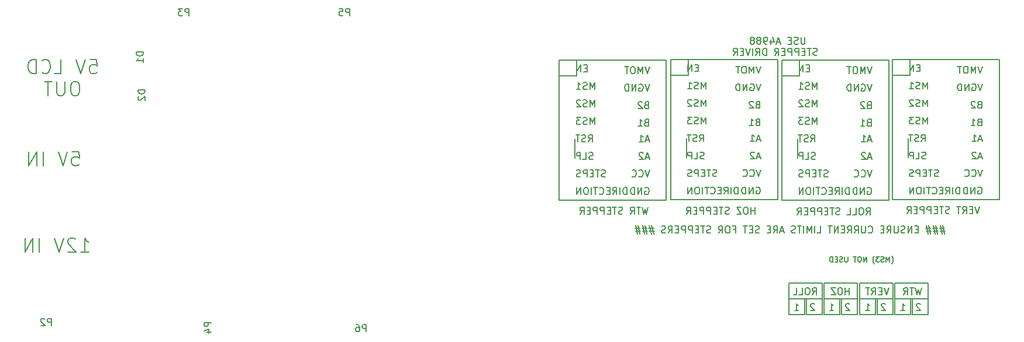
<source format=gbr>
G04 #@! TF.GenerationSoftware,KiCad,Pcbnew,(6.0.7-1)-1*
G04 #@! TF.CreationDate,2023-05-21T10:08:15+10:00*
G04 #@! TF.ProjectId,SARI_STANDBY_ETHERNET,53415249-5f53-4544-914e-4442595f4554,rev?*
G04 #@! TF.SameCoordinates,Original*
G04 #@! TF.FileFunction,Legend,Bot*
G04 #@! TF.FilePolarity,Positive*
%FSLAX46Y46*%
G04 Gerber Fmt 4.6, Leading zero omitted, Abs format (unit mm)*
G04 Created by KiCad (PCBNEW (6.0.7-1)-1) date 2023-05-21 10:08:15*
%MOMM*%
%LPD*%
G01*
G04 APERTURE LIST*
%ADD10C,0.150000*%
G04 APERTURE END LIST*
D10*
X253445619Y-82536000D02*
X250905619Y-82536000D01*
X250905619Y-82536000D02*
X250905619Y-80250000D01*
X250905619Y-80250000D02*
X253445619Y-80250000D01*
X253445619Y-80250000D02*
X253445619Y-82536000D01*
X250399619Y-100620000D02*
X234905619Y-100620000D01*
X234905619Y-100620000D02*
X234905619Y-80300000D01*
X234905619Y-80300000D02*
X250399619Y-80300000D01*
X250399619Y-80300000D02*
X250399619Y-100620000D01*
X240980000Y-117200000D02*
X243266000Y-117200000D01*
X243266000Y-117200000D02*
X243266000Y-114914000D01*
X243266000Y-114914000D02*
X240980000Y-114914000D01*
X240980000Y-114914000D02*
X240980000Y-117200000D01*
X248727000Y-117200000D02*
X251013000Y-117200000D01*
X251013000Y-117200000D02*
X251013000Y-114914000D01*
X251013000Y-114914000D02*
X248727000Y-114914000D01*
X248727000Y-114914000D02*
X248727000Y-117200000D01*
X240980000Y-114914000D02*
X245806000Y-114914000D01*
X245806000Y-114914000D02*
X245806000Y-112628000D01*
X245806000Y-112628000D02*
X240980000Y-112628000D01*
X240980000Y-112628000D02*
X240980000Y-114914000D01*
X251267000Y-117200000D02*
X253553000Y-117200000D01*
X253553000Y-117200000D02*
X253553000Y-114914000D01*
X253553000Y-114914000D02*
X251267000Y-114914000D01*
X251267000Y-114914000D02*
X251267000Y-117200000D01*
X253807000Y-117200000D02*
X256093000Y-117200000D01*
X256093000Y-117200000D02*
X256093000Y-114914000D01*
X256093000Y-114914000D02*
X253807000Y-114914000D01*
X253807000Y-114914000D02*
X253807000Y-117200000D01*
X246187000Y-117200000D02*
X248473000Y-117200000D01*
X248473000Y-117200000D02*
X248473000Y-114914000D01*
X248473000Y-114914000D02*
X246187000Y-114914000D01*
X246187000Y-114914000D02*
X246187000Y-117200000D01*
X237445619Y-82586000D02*
X234905619Y-82586000D01*
X234905619Y-82586000D02*
X234905619Y-80300000D01*
X234905619Y-80300000D02*
X237445619Y-80300000D01*
X237445619Y-80300000D02*
X237445619Y-82586000D01*
X243520000Y-117200000D02*
X245806000Y-117200000D01*
X245806000Y-117200000D02*
X245806000Y-114914000D01*
X245806000Y-114914000D02*
X243520000Y-114914000D01*
X243520000Y-114914000D02*
X243520000Y-117200000D01*
X266399619Y-100570000D02*
X250905619Y-100570000D01*
X250905619Y-100570000D02*
X250905619Y-80250000D01*
X250905619Y-80250000D02*
X266399619Y-80250000D01*
X266399619Y-80250000D02*
X266399619Y-100570000D01*
X234299619Y-100570000D02*
X218805619Y-100570000D01*
X218805619Y-100570000D02*
X218805619Y-80250000D01*
X218805619Y-80250000D02*
X234299619Y-80250000D01*
X234299619Y-80250000D02*
X234299619Y-100570000D01*
X238440000Y-117200000D02*
X240726000Y-117200000D01*
X240726000Y-117200000D02*
X240726000Y-114914000D01*
X240726000Y-114914000D02*
X238440000Y-114914000D01*
X238440000Y-114914000D02*
X238440000Y-117200000D01*
X221345619Y-82536000D02*
X218805619Y-82536000D01*
X218805619Y-82536000D02*
X218805619Y-80250000D01*
X218805619Y-80250000D02*
X221345619Y-80250000D01*
X221345619Y-80250000D02*
X221345619Y-82536000D01*
X235900000Y-117200000D02*
X238186000Y-117200000D01*
X238186000Y-117200000D02*
X238186000Y-114914000D01*
X238186000Y-114914000D02*
X235900000Y-114914000D01*
X235900000Y-114914000D02*
X235900000Y-117200000D01*
X218199619Y-100620000D02*
X202705619Y-100620000D01*
X202705619Y-100620000D02*
X202705619Y-80300000D01*
X202705619Y-80300000D02*
X218199619Y-80300000D01*
X218199619Y-80300000D02*
X218199619Y-100620000D01*
X237191810Y-94524000D02*
X237191810Y-91730000D01*
X204991810Y-94524000D02*
X204991810Y-91730000D01*
X246187000Y-114914000D02*
X251013000Y-114914000D01*
X251013000Y-114914000D02*
X251013000Y-112628000D01*
X251013000Y-112628000D02*
X246187000Y-112628000D01*
X246187000Y-112628000D02*
X246187000Y-114914000D01*
X221091810Y-94474000D02*
X221091810Y-91680000D01*
X251267000Y-114914000D02*
X256093000Y-114914000D01*
X256093000Y-114914000D02*
X256093000Y-112628000D01*
X256093000Y-112628000D02*
X251267000Y-112628000D01*
X251267000Y-112628000D02*
X251267000Y-114914000D01*
X253191810Y-94474000D02*
X253191810Y-91680000D01*
X235900000Y-114914000D02*
X240726000Y-114914000D01*
X240726000Y-114914000D02*
X240726000Y-112628000D01*
X240726000Y-112628000D02*
X235900000Y-112628000D01*
X235900000Y-112628000D02*
X235900000Y-114914000D01*
X205245619Y-82586000D02*
X202705619Y-82586000D01*
X202705619Y-82586000D02*
X202705619Y-80300000D01*
X202705619Y-80300000D02*
X205245619Y-80300000D01*
X205245619Y-80300000D02*
X205245619Y-82586000D01*
X255116523Y-113350380D02*
X254878428Y-114350380D01*
X254687952Y-113636095D01*
X254497476Y-114350380D01*
X254259380Y-113350380D01*
X254021285Y-113350380D02*
X253449857Y-113350380D01*
X253735571Y-114350380D02*
X253735571Y-113350380D01*
X252545095Y-114350380D02*
X252878428Y-113874190D01*
X253116523Y-114350380D02*
X253116523Y-113350380D01*
X252735571Y-113350380D01*
X252640333Y-113398000D01*
X252592714Y-113445619D01*
X252545095Y-113540857D01*
X252545095Y-113683714D01*
X252592714Y-113778952D01*
X252640333Y-113826571D01*
X252735571Y-113874190D01*
X253116523Y-113874190D01*
X215683333Y-94436666D02*
X215207143Y-94436666D01*
X215778571Y-94722380D02*
X215445238Y-93722380D01*
X215111905Y-94722380D01*
X214826190Y-93817619D02*
X214778571Y-93770000D01*
X214683333Y-93722380D01*
X214445238Y-93722380D01*
X214350000Y-93770000D01*
X214302381Y-93817619D01*
X214254762Y-93912857D01*
X214254762Y-94008095D01*
X214302381Y-94150952D01*
X214873809Y-94722380D01*
X214254762Y-94722380D01*
X207801333Y-87102380D02*
X207801333Y-86102380D01*
X207467999Y-86816666D01*
X207134666Y-86102380D01*
X207134666Y-87102380D01*
X206706095Y-87054761D02*
X206563238Y-87102380D01*
X206325142Y-87102380D01*
X206229904Y-87054761D01*
X206182285Y-87007142D01*
X206134666Y-86911904D01*
X206134666Y-86816666D01*
X206182285Y-86721428D01*
X206229904Y-86673809D01*
X206325142Y-86626190D01*
X206515619Y-86578571D01*
X206610857Y-86530952D01*
X206658476Y-86483333D01*
X206706095Y-86388095D01*
X206706095Y-86292857D01*
X206658476Y-86197619D01*
X206610857Y-86150000D01*
X206515619Y-86102380D01*
X206277523Y-86102380D01*
X206134666Y-86150000D01*
X205753714Y-86197619D02*
X205706095Y-86150000D01*
X205610857Y-86102380D01*
X205372761Y-86102380D01*
X205277523Y-86150000D01*
X205229904Y-86197619D01*
X205182285Y-86292857D01*
X205182285Y-86388095D01*
X205229904Y-86530952D01*
X205801333Y-87102380D01*
X205182285Y-87102380D01*
X222996572Y-92132380D02*
X223329905Y-91656190D01*
X223568000Y-92132380D02*
X223568000Y-91132380D01*
X223187048Y-91132380D01*
X223091810Y-91180000D01*
X223044191Y-91227619D01*
X222996572Y-91322857D01*
X222996572Y-91465714D01*
X223044191Y-91560952D01*
X223091810Y-91608571D01*
X223187048Y-91656190D01*
X223568000Y-91656190D01*
X222615619Y-92084761D02*
X222472762Y-92132380D01*
X222234667Y-92132380D01*
X222139429Y-92084761D01*
X222091810Y-92037142D01*
X222044191Y-91941904D01*
X222044191Y-91846666D01*
X222091810Y-91751428D01*
X222139429Y-91703809D01*
X222234667Y-91656190D01*
X222425143Y-91608571D01*
X222520381Y-91560952D01*
X222568000Y-91513333D01*
X222615619Y-91418095D01*
X222615619Y-91322857D01*
X222568000Y-91227619D01*
X222520381Y-91180000D01*
X222425143Y-91132380D01*
X222187048Y-91132380D01*
X222044191Y-91180000D01*
X221758476Y-91132380D02*
X221187048Y-91132380D01*
X221472762Y-92132380D02*
X221472762Y-91132380D01*
X247978571Y-96262380D02*
X247645238Y-97262380D01*
X247311904Y-96262380D01*
X246407142Y-97167142D02*
X246454761Y-97214761D01*
X246597618Y-97262380D01*
X246692857Y-97262380D01*
X246835714Y-97214761D01*
X246930952Y-97119523D01*
X246978571Y-97024285D01*
X247026190Y-96833809D01*
X247026190Y-96690952D01*
X246978571Y-96500476D01*
X246930952Y-96405238D01*
X246835714Y-96310000D01*
X246692857Y-96262380D01*
X246597618Y-96262380D01*
X246454761Y-96310000D01*
X246407142Y-96357619D01*
X245407142Y-97167142D02*
X245454761Y-97214761D01*
X245597618Y-97262380D01*
X245692857Y-97262380D01*
X245835714Y-97214761D01*
X245930952Y-97119523D01*
X245978571Y-97024285D01*
X246026190Y-96833809D01*
X246026190Y-96690952D01*
X245978571Y-96500476D01*
X245930952Y-96405238D01*
X245835714Y-96310000D01*
X245692857Y-96262380D01*
X245597618Y-96262380D01*
X245454761Y-96310000D01*
X245407142Y-96357619D01*
X263978571Y-81226380D02*
X263645238Y-82226380D01*
X263311905Y-81226380D01*
X262978571Y-82226380D02*
X262978571Y-81226380D01*
X262645238Y-81940666D01*
X262311905Y-81226380D01*
X262311905Y-82226380D01*
X261645238Y-81226380D02*
X261454762Y-81226380D01*
X261359524Y-81274000D01*
X261264286Y-81369238D01*
X261216667Y-81559714D01*
X261216667Y-81893047D01*
X261264286Y-82083523D01*
X261359524Y-82178761D01*
X261454762Y-82226380D01*
X261645238Y-82226380D01*
X261740476Y-82178761D01*
X261835714Y-82083523D01*
X261883333Y-81893047D01*
X261883333Y-81559714D01*
X261835714Y-81369238D01*
X261740476Y-81274000D01*
X261645238Y-81226380D01*
X260930952Y-81226380D02*
X260359524Y-81226380D01*
X260645238Y-82226380D02*
X260645238Y-81226380D01*
X231402380Y-86782571D02*
X231259523Y-86830190D01*
X231211904Y-86877809D01*
X231164285Y-86973047D01*
X231164285Y-87115904D01*
X231211904Y-87211142D01*
X231259523Y-87258761D01*
X231354761Y-87306380D01*
X231735714Y-87306380D01*
X231735714Y-86306380D01*
X231402380Y-86306380D01*
X231307142Y-86354000D01*
X231259523Y-86401619D01*
X231211904Y-86496857D01*
X231211904Y-86592095D01*
X231259523Y-86687333D01*
X231307142Y-86734952D01*
X231402380Y-86782571D01*
X231735714Y-86782571D01*
X230783333Y-86401619D02*
X230735714Y-86354000D01*
X230640476Y-86306380D01*
X230402380Y-86306380D01*
X230307142Y-86354000D01*
X230259523Y-86401619D01*
X230211904Y-86496857D01*
X230211904Y-86592095D01*
X230259523Y-86734952D01*
X230830952Y-87306380D01*
X230211904Y-87306380D01*
X223663238Y-94624761D02*
X223520381Y-94672380D01*
X223282285Y-94672380D01*
X223187047Y-94624761D01*
X223139428Y-94577142D01*
X223091809Y-94481904D01*
X223091809Y-94386666D01*
X223139428Y-94291428D01*
X223187047Y-94243809D01*
X223282285Y-94196190D01*
X223472762Y-94148571D01*
X223568000Y-94100952D01*
X223615619Y-94053333D01*
X223663238Y-93958095D01*
X223663238Y-93862857D01*
X223615619Y-93767619D01*
X223568000Y-93720000D01*
X223472762Y-93672380D01*
X223234666Y-93672380D01*
X223091809Y-93720000D01*
X222187047Y-94672380D02*
X222663238Y-94672380D01*
X222663238Y-93672380D01*
X221853714Y-94672380D02*
X221853714Y-93672380D01*
X221472762Y-93672380D01*
X221377523Y-93720000D01*
X221329904Y-93767619D01*
X221282285Y-93862857D01*
X221282285Y-94005714D01*
X221329904Y-94100952D01*
X221377523Y-94148571D01*
X221472762Y-94196190D01*
X221853714Y-94196190D01*
X263978571Y-83766380D02*
X263645238Y-84766380D01*
X263311905Y-83766380D01*
X262454762Y-83814000D02*
X262550000Y-83766380D01*
X262692857Y-83766380D01*
X262835714Y-83814000D01*
X262930952Y-83909238D01*
X262978571Y-84004476D01*
X263026190Y-84194952D01*
X263026190Y-84337809D01*
X262978571Y-84528285D01*
X262930952Y-84623523D01*
X262835714Y-84718761D01*
X262692857Y-84766380D01*
X262597619Y-84766380D01*
X262454762Y-84718761D01*
X262407143Y-84671142D01*
X262407143Y-84337809D01*
X262597619Y-84337809D01*
X261978571Y-84766380D02*
X261978571Y-83766380D01*
X261407143Y-84766380D01*
X261407143Y-83766380D01*
X260930952Y-84766380D02*
X260930952Y-83766380D01*
X260692857Y-83766380D01*
X260550000Y-83814000D01*
X260454762Y-83909238D01*
X260407143Y-84004476D01*
X260359524Y-84194952D01*
X260359524Y-84337809D01*
X260407143Y-84528285D01*
X260454762Y-84623523D01*
X260550000Y-84718761D01*
X260692857Y-84766380D01*
X260930952Y-84766380D01*
X256001333Y-87052380D02*
X256001333Y-86052380D01*
X255667999Y-86766666D01*
X255334666Y-86052380D01*
X255334666Y-87052380D01*
X254906095Y-87004761D02*
X254763238Y-87052380D01*
X254525142Y-87052380D01*
X254429904Y-87004761D01*
X254382285Y-86957142D01*
X254334666Y-86861904D01*
X254334666Y-86766666D01*
X254382285Y-86671428D01*
X254429904Y-86623809D01*
X254525142Y-86576190D01*
X254715619Y-86528571D01*
X254810857Y-86480952D01*
X254858476Y-86433333D01*
X254906095Y-86338095D01*
X254906095Y-86242857D01*
X254858476Y-86147619D01*
X254810857Y-86100000D01*
X254715619Y-86052380D01*
X254477523Y-86052380D01*
X254334666Y-86100000D01*
X253953714Y-86147619D02*
X253906095Y-86100000D01*
X253810857Y-86052380D01*
X253572761Y-86052380D01*
X253477523Y-86100000D01*
X253429904Y-86147619D01*
X253382285Y-86242857D01*
X253382285Y-86338095D01*
X253429904Y-86480952D01*
X254001333Y-87052380D01*
X253382285Y-87052380D01*
X239096572Y-92182380D02*
X239429905Y-91706190D01*
X239668000Y-92182380D02*
X239668000Y-91182380D01*
X239287048Y-91182380D01*
X239191810Y-91230000D01*
X239144191Y-91277619D01*
X239096572Y-91372857D01*
X239096572Y-91515714D01*
X239144191Y-91610952D01*
X239191810Y-91658571D01*
X239287048Y-91706190D01*
X239668000Y-91706190D01*
X238715619Y-92134761D02*
X238572762Y-92182380D01*
X238334667Y-92182380D01*
X238239429Y-92134761D01*
X238191810Y-92087142D01*
X238144191Y-91991904D01*
X238144191Y-91896666D01*
X238191810Y-91801428D01*
X238239429Y-91753809D01*
X238334667Y-91706190D01*
X238525143Y-91658571D01*
X238620381Y-91610952D01*
X238668000Y-91563333D01*
X238715619Y-91468095D01*
X238715619Y-91372857D01*
X238668000Y-91277619D01*
X238620381Y-91230000D01*
X238525143Y-91182380D01*
X238287048Y-91182380D01*
X238144191Y-91230000D01*
X237858476Y-91182380D02*
X237287048Y-91182380D01*
X237572762Y-92182380D02*
X237572762Y-91182380D01*
X255763238Y-94624761D02*
X255620381Y-94672380D01*
X255382285Y-94672380D01*
X255287047Y-94624761D01*
X255239428Y-94577142D01*
X255191809Y-94481904D01*
X255191809Y-94386666D01*
X255239428Y-94291428D01*
X255287047Y-94243809D01*
X255382285Y-94196190D01*
X255572762Y-94148571D01*
X255668000Y-94100952D01*
X255715619Y-94053333D01*
X255763238Y-93958095D01*
X255763238Y-93862857D01*
X255715619Y-93767619D01*
X255668000Y-93720000D01*
X255572762Y-93672380D01*
X255334666Y-93672380D01*
X255191809Y-93720000D01*
X254287047Y-94672380D02*
X254763238Y-94672380D01*
X254763238Y-93672380D01*
X253953714Y-94672380D02*
X253953714Y-93672380D01*
X253572762Y-93672380D01*
X253477523Y-93720000D01*
X253429904Y-93767619D01*
X253382285Y-93862857D01*
X253382285Y-94005714D01*
X253429904Y-94100952D01*
X253477523Y-94148571D01*
X253572762Y-94196190D01*
X253953714Y-94196190D01*
X263311904Y-98800000D02*
X263407142Y-98752380D01*
X263550000Y-98752380D01*
X263692857Y-98800000D01*
X263788095Y-98895238D01*
X263835714Y-98990476D01*
X263883333Y-99180952D01*
X263883333Y-99323809D01*
X263835714Y-99514285D01*
X263788095Y-99609523D01*
X263692857Y-99704761D01*
X263550000Y-99752380D01*
X263454761Y-99752380D01*
X263311904Y-99704761D01*
X263264285Y-99657142D01*
X263264285Y-99323809D01*
X263454761Y-99323809D01*
X262835714Y-99752380D02*
X262835714Y-98752380D01*
X262264285Y-99752380D01*
X262264285Y-98752380D01*
X261788095Y-99752380D02*
X261788095Y-98752380D01*
X261550000Y-98752380D01*
X261407142Y-98800000D01*
X261311904Y-98895238D01*
X261264285Y-98990476D01*
X261216666Y-99180952D01*
X261216666Y-99323809D01*
X261264285Y-99514285D01*
X261311904Y-99609523D01*
X261407142Y-99704761D01*
X261550000Y-99752380D01*
X261788095Y-99752380D01*
X228568000Y-99752380D02*
X228568000Y-98752380D01*
X228329905Y-98752380D01*
X228187048Y-98800000D01*
X228091810Y-98895238D01*
X228044191Y-98990476D01*
X227996572Y-99180952D01*
X227996572Y-99323809D01*
X228044191Y-99514285D01*
X228091810Y-99609523D01*
X228187048Y-99704761D01*
X228329905Y-99752380D01*
X228568000Y-99752380D01*
X227568000Y-99752380D02*
X227568000Y-98752380D01*
X226520381Y-99752380D02*
X226853714Y-99276190D01*
X227091810Y-99752380D02*
X227091810Y-98752380D01*
X226710857Y-98752380D01*
X226615619Y-98800000D01*
X226568000Y-98847619D01*
X226520381Y-98942857D01*
X226520381Y-99085714D01*
X226568000Y-99180952D01*
X226615619Y-99228571D01*
X226710857Y-99276190D01*
X227091810Y-99276190D01*
X226091810Y-99228571D02*
X225758476Y-99228571D01*
X225615619Y-99752380D02*
X226091810Y-99752380D01*
X226091810Y-98752380D01*
X225615619Y-98752380D01*
X224615619Y-99657142D02*
X224663238Y-99704761D01*
X224806095Y-99752380D01*
X224901333Y-99752380D01*
X225044191Y-99704761D01*
X225139429Y-99609523D01*
X225187048Y-99514285D01*
X225234667Y-99323809D01*
X225234667Y-99180952D01*
X225187048Y-98990476D01*
X225139429Y-98895238D01*
X225044191Y-98800000D01*
X224901333Y-98752380D01*
X224806095Y-98752380D01*
X224663238Y-98800000D01*
X224615619Y-98847619D01*
X224329905Y-98752380D02*
X223758476Y-98752380D01*
X224044191Y-99752380D02*
X224044191Y-98752380D01*
X223425143Y-99752380D02*
X223425143Y-98752380D01*
X222758476Y-98752380D02*
X222568000Y-98752380D01*
X222472762Y-98800000D01*
X222377524Y-98895238D01*
X222329905Y-99085714D01*
X222329905Y-99419047D01*
X222377524Y-99609523D01*
X222472762Y-99704761D01*
X222568000Y-99752380D01*
X222758476Y-99752380D01*
X222853714Y-99704761D01*
X222948953Y-99609523D01*
X222996572Y-99419047D01*
X222996572Y-99085714D01*
X222948953Y-98895238D01*
X222853714Y-98800000D01*
X222758476Y-98752380D01*
X221901333Y-99752380D02*
X221901333Y-98752380D01*
X221329905Y-99752380D01*
X221329905Y-98752380D01*
X244694714Y-115731619D02*
X244647095Y-115684000D01*
X244551857Y-115636380D01*
X244313761Y-115636380D01*
X244218523Y-115684000D01*
X244170904Y-115731619D01*
X244123285Y-115826857D01*
X244123285Y-115922095D01*
X244170904Y-116064952D01*
X244742333Y-116636380D01*
X244123285Y-116636380D01*
X223901333Y-84512380D02*
X223901333Y-83512380D01*
X223567999Y-84226666D01*
X223234666Y-83512380D01*
X223234666Y-84512380D01*
X222806095Y-84464761D02*
X222663238Y-84512380D01*
X222425142Y-84512380D01*
X222329904Y-84464761D01*
X222282285Y-84417142D01*
X222234666Y-84321904D01*
X222234666Y-84226666D01*
X222282285Y-84131428D01*
X222329904Y-84083809D01*
X222425142Y-84036190D01*
X222615619Y-83988571D01*
X222710857Y-83940952D01*
X222758476Y-83893333D01*
X222806095Y-83798095D01*
X222806095Y-83702857D01*
X222758476Y-83607619D01*
X222710857Y-83560000D01*
X222615619Y-83512380D01*
X222377523Y-83512380D01*
X222234666Y-83560000D01*
X221282285Y-84512380D02*
X221853714Y-84512380D01*
X221567999Y-84512380D02*
X221567999Y-83512380D01*
X221663238Y-83655238D01*
X221758476Y-83750476D01*
X221853714Y-83798095D01*
X263502380Y-89322571D02*
X263359523Y-89370190D01*
X263311904Y-89417809D01*
X263264285Y-89513047D01*
X263264285Y-89655904D01*
X263311904Y-89751142D01*
X263359523Y-89798761D01*
X263454761Y-89846380D01*
X263835714Y-89846380D01*
X263835714Y-88846380D01*
X263502380Y-88846380D01*
X263407142Y-88894000D01*
X263359523Y-88941619D01*
X263311904Y-89036857D01*
X263311904Y-89132095D01*
X263359523Y-89227333D01*
X263407142Y-89274952D01*
X263502380Y-89322571D01*
X263835714Y-89322571D01*
X262311904Y-89846380D02*
X262883333Y-89846380D01*
X262597619Y-89846380D02*
X262597619Y-88846380D01*
X262692857Y-88989238D01*
X262788095Y-89084476D01*
X262883333Y-89132095D01*
X207563238Y-94674761D02*
X207420381Y-94722380D01*
X207182285Y-94722380D01*
X207087047Y-94674761D01*
X207039428Y-94627142D01*
X206991809Y-94531904D01*
X206991809Y-94436666D01*
X207039428Y-94341428D01*
X207087047Y-94293809D01*
X207182285Y-94246190D01*
X207372762Y-94198571D01*
X207468000Y-94150952D01*
X207515619Y-94103333D01*
X207563238Y-94008095D01*
X207563238Y-93912857D01*
X207515619Y-93817619D01*
X207468000Y-93770000D01*
X207372762Y-93722380D01*
X207134666Y-93722380D01*
X206991809Y-93770000D01*
X206087047Y-94722380D02*
X206563238Y-94722380D01*
X206563238Y-93722380D01*
X205753714Y-94722380D02*
X205753714Y-93722380D01*
X205372762Y-93722380D01*
X205277523Y-93770000D01*
X205229904Y-93817619D01*
X205182285Y-93912857D01*
X205182285Y-94055714D01*
X205229904Y-94150952D01*
X205277523Y-94198571D01*
X205372762Y-94246190D01*
X205753714Y-94246190D01*
X240001333Y-87102380D02*
X240001333Y-86102380D01*
X239667999Y-86816666D01*
X239334666Y-86102380D01*
X239334666Y-87102380D01*
X238906095Y-87054761D02*
X238763238Y-87102380D01*
X238525142Y-87102380D01*
X238429904Y-87054761D01*
X238382285Y-87007142D01*
X238334666Y-86911904D01*
X238334666Y-86816666D01*
X238382285Y-86721428D01*
X238429904Y-86673809D01*
X238525142Y-86626190D01*
X238715619Y-86578571D01*
X238810857Y-86530952D01*
X238858476Y-86483333D01*
X238906095Y-86388095D01*
X238906095Y-86292857D01*
X238858476Y-86197619D01*
X238810857Y-86150000D01*
X238715619Y-86102380D01*
X238477523Y-86102380D01*
X238334666Y-86150000D01*
X237953714Y-86197619D02*
X237906095Y-86150000D01*
X237810857Y-86102380D01*
X237572761Y-86102380D01*
X237477523Y-86150000D01*
X237429904Y-86197619D01*
X237382285Y-86292857D01*
X237382285Y-86388095D01*
X237429904Y-86530952D01*
X238001333Y-87102380D01*
X237382285Y-87102380D01*
X215778571Y-96262380D02*
X215445238Y-97262380D01*
X215111904Y-96262380D01*
X214207142Y-97167142D02*
X214254761Y-97214761D01*
X214397618Y-97262380D01*
X214492857Y-97262380D01*
X214635714Y-97214761D01*
X214730952Y-97119523D01*
X214778571Y-97024285D01*
X214826190Y-96833809D01*
X214826190Y-96690952D01*
X214778571Y-96500476D01*
X214730952Y-96405238D01*
X214635714Y-96310000D01*
X214492857Y-96262380D01*
X214397618Y-96262380D01*
X214254761Y-96310000D01*
X214207142Y-96357619D01*
X213207142Y-97167142D02*
X213254761Y-97214761D01*
X213397618Y-97262380D01*
X213492857Y-97262380D01*
X213635714Y-97214761D01*
X213730952Y-97119523D01*
X213778571Y-97024285D01*
X213826190Y-96833809D01*
X213826190Y-96690952D01*
X213778571Y-96500476D01*
X213730952Y-96405238D01*
X213635714Y-96310000D01*
X213492857Y-96262380D01*
X213397618Y-96262380D01*
X213254761Y-96310000D01*
X213207142Y-96357619D01*
X239614714Y-115731619D02*
X239567095Y-115684000D01*
X239471857Y-115636380D01*
X239233761Y-115636380D01*
X239138523Y-115684000D01*
X239090904Y-115731619D01*
X239043285Y-115826857D01*
X239043285Y-115922095D01*
X239090904Y-116064952D01*
X239662333Y-116636380D01*
X239043285Y-116636380D01*
X215302380Y-89372571D02*
X215159523Y-89420190D01*
X215111904Y-89467809D01*
X215064285Y-89563047D01*
X215064285Y-89705904D01*
X215111904Y-89801142D01*
X215159523Y-89848761D01*
X215254761Y-89896380D01*
X215635714Y-89896380D01*
X215635714Y-88896380D01*
X215302380Y-88896380D01*
X215207142Y-88944000D01*
X215159523Y-88991619D01*
X215111904Y-89086857D01*
X215111904Y-89182095D01*
X215159523Y-89277333D01*
X215207142Y-89324952D01*
X215302380Y-89372571D01*
X215635714Y-89372571D01*
X214111904Y-89896380D02*
X214683333Y-89896380D01*
X214397619Y-89896380D02*
X214397619Y-88896380D01*
X214492857Y-89039238D01*
X214588095Y-89134476D01*
X214683333Y-89182095D01*
X238259523Y-76997380D02*
X238259523Y-77806904D01*
X238211904Y-77902142D01*
X238164285Y-77949761D01*
X238069047Y-77997380D01*
X237878571Y-77997380D01*
X237783333Y-77949761D01*
X237735714Y-77902142D01*
X237688095Y-77806904D01*
X237688095Y-76997380D01*
X237259523Y-77949761D02*
X237116666Y-77997380D01*
X236878571Y-77997380D01*
X236783333Y-77949761D01*
X236735714Y-77902142D01*
X236688095Y-77806904D01*
X236688095Y-77711666D01*
X236735714Y-77616428D01*
X236783333Y-77568809D01*
X236878571Y-77521190D01*
X237069047Y-77473571D01*
X237164285Y-77425952D01*
X237211904Y-77378333D01*
X237259523Y-77283095D01*
X237259523Y-77187857D01*
X237211904Y-77092619D01*
X237164285Y-77045000D01*
X237069047Y-76997380D01*
X236830952Y-76997380D01*
X236688095Y-77045000D01*
X236259523Y-77473571D02*
X235926190Y-77473571D01*
X235783333Y-77997380D02*
X236259523Y-77997380D01*
X236259523Y-76997380D01*
X235783333Y-76997380D01*
X234640476Y-77711666D02*
X234164285Y-77711666D01*
X234735714Y-77997380D02*
X234402380Y-76997380D01*
X234069047Y-77997380D01*
X233307142Y-77330714D02*
X233307142Y-77997380D01*
X233545238Y-76949761D02*
X233783333Y-77664047D01*
X233164285Y-77664047D01*
X232735714Y-77997380D02*
X232545238Y-77997380D01*
X232450000Y-77949761D01*
X232402380Y-77902142D01*
X232307142Y-77759285D01*
X232259523Y-77568809D01*
X232259523Y-77187857D01*
X232307142Y-77092619D01*
X232354761Y-77045000D01*
X232450000Y-76997380D01*
X232640476Y-76997380D01*
X232735714Y-77045000D01*
X232783333Y-77092619D01*
X232830952Y-77187857D01*
X232830952Y-77425952D01*
X232783333Y-77521190D01*
X232735714Y-77568809D01*
X232640476Y-77616428D01*
X232450000Y-77616428D01*
X232354761Y-77568809D01*
X232307142Y-77521190D01*
X232259523Y-77425952D01*
X231688095Y-77425952D02*
X231783333Y-77378333D01*
X231830952Y-77330714D01*
X231878571Y-77235476D01*
X231878571Y-77187857D01*
X231830952Y-77092619D01*
X231783333Y-77045000D01*
X231688095Y-76997380D01*
X231497619Y-76997380D01*
X231402380Y-77045000D01*
X231354761Y-77092619D01*
X231307142Y-77187857D01*
X231307142Y-77235476D01*
X231354761Y-77330714D01*
X231402380Y-77378333D01*
X231497619Y-77425952D01*
X231688095Y-77425952D01*
X231783333Y-77473571D01*
X231830952Y-77521190D01*
X231878571Y-77616428D01*
X231878571Y-77806904D01*
X231830952Y-77902142D01*
X231783333Y-77949761D01*
X231688095Y-77997380D01*
X231497619Y-77997380D01*
X231402380Y-77949761D01*
X231354761Y-77902142D01*
X231307142Y-77806904D01*
X231307142Y-77616428D01*
X231354761Y-77521190D01*
X231402380Y-77473571D01*
X231497619Y-77425952D01*
X230735714Y-77425952D02*
X230830952Y-77378333D01*
X230878571Y-77330714D01*
X230926190Y-77235476D01*
X230926190Y-77187857D01*
X230878571Y-77092619D01*
X230830952Y-77045000D01*
X230735714Y-76997380D01*
X230545238Y-76997380D01*
X230450000Y-77045000D01*
X230402380Y-77092619D01*
X230354761Y-77187857D01*
X230354761Y-77235476D01*
X230402380Y-77330714D01*
X230450000Y-77378333D01*
X230545238Y-77425952D01*
X230735714Y-77425952D01*
X230830952Y-77473571D01*
X230878571Y-77521190D01*
X230926190Y-77616428D01*
X230926190Y-77806904D01*
X230878571Y-77902142D01*
X230830952Y-77949761D01*
X230735714Y-77997380D01*
X230545238Y-77997380D01*
X230450000Y-77949761D01*
X230402380Y-77902142D01*
X230354761Y-77806904D01*
X230354761Y-77616428D01*
X230402380Y-77521190D01*
X230450000Y-77473571D01*
X230545238Y-77425952D01*
X240021428Y-79559761D02*
X239878571Y-79607380D01*
X239640476Y-79607380D01*
X239545238Y-79559761D01*
X239497619Y-79512142D01*
X239450000Y-79416904D01*
X239450000Y-79321666D01*
X239497619Y-79226428D01*
X239545238Y-79178809D01*
X239640476Y-79131190D01*
X239830952Y-79083571D01*
X239926190Y-79035952D01*
X239973809Y-78988333D01*
X240021428Y-78893095D01*
X240021428Y-78797857D01*
X239973809Y-78702619D01*
X239926190Y-78655000D01*
X239830952Y-78607380D01*
X239592857Y-78607380D01*
X239450000Y-78655000D01*
X239164285Y-78607380D02*
X238592857Y-78607380D01*
X238878571Y-79607380D02*
X238878571Y-78607380D01*
X238259523Y-79083571D02*
X237926190Y-79083571D01*
X237783333Y-79607380D02*
X238259523Y-79607380D01*
X238259523Y-78607380D01*
X237783333Y-78607380D01*
X237354761Y-79607380D02*
X237354761Y-78607380D01*
X236973809Y-78607380D01*
X236878571Y-78655000D01*
X236830952Y-78702619D01*
X236783333Y-78797857D01*
X236783333Y-78940714D01*
X236830952Y-79035952D01*
X236878571Y-79083571D01*
X236973809Y-79131190D01*
X237354761Y-79131190D01*
X236354761Y-79607380D02*
X236354761Y-78607380D01*
X235973809Y-78607380D01*
X235878571Y-78655000D01*
X235830952Y-78702619D01*
X235783333Y-78797857D01*
X235783333Y-78940714D01*
X235830952Y-79035952D01*
X235878571Y-79083571D01*
X235973809Y-79131190D01*
X236354761Y-79131190D01*
X235354761Y-79083571D02*
X235021428Y-79083571D01*
X234878571Y-79607380D02*
X235354761Y-79607380D01*
X235354761Y-78607380D01*
X234878571Y-78607380D01*
X233878571Y-79607380D02*
X234211904Y-79131190D01*
X234450000Y-79607380D02*
X234450000Y-78607380D01*
X234069047Y-78607380D01*
X233973809Y-78655000D01*
X233926190Y-78702619D01*
X233878571Y-78797857D01*
X233878571Y-78940714D01*
X233926190Y-79035952D01*
X233973809Y-79083571D01*
X234069047Y-79131190D01*
X234450000Y-79131190D01*
X232688095Y-79607380D02*
X232688095Y-78607380D01*
X232450000Y-78607380D01*
X232307142Y-78655000D01*
X232211904Y-78750238D01*
X232164285Y-78845476D01*
X232116666Y-79035952D01*
X232116666Y-79178809D01*
X232164285Y-79369285D01*
X232211904Y-79464523D01*
X232307142Y-79559761D01*
X232450000Y-79607380D01*
X232688095Y-79607380D01*
X231116666Y-79607380D02*
X231450000Y-79131190D01*
X231688095Y-79607380D02*
X231688095Y-78607380D01*
X231307142Y-78607380D01*
X231211904Y-78655000D01*
X231164285Y-78702619D01*
X231116666Y-78797857D01*
X231116666Y-78940714D01*
X231164285Y-79035952D01*
X231211904Y-79083571D01*
X231307142Y-79131190D01*
X231688095Y-79131190D01*
X230688095Y-79607380D02*
X230688095Y-78607380D01*
X230354761Y-78607380D02*
X230021428Y-79607380D01*
X229688095Y-78607380D01*
X229354761Y-79083571D02*
X229021428Y-79083571D01*
X228878571Y-79607380D02*
X229354761Y-79607380D01*
X229354761Y-78607380D01*
X228878571Y-78607380D01*
X227878571Y-79607380D02*
X228211904Y-79131190D01*
X228450000Y-79607380D02*
X228450000Y-78607380D01*
X228069047Y-78607380D01*
X227973809Y-78655000D01*
X227926190Y-78702619D01*
X227878571Y-78797857D01*
X227878571Y-78940714D01*
X227926190Y-79035952D01*
X227973809Y-79083571D01*
X228069047Y-79131190D01*
X228450000Y-79131190D01*
X207801333Y-84562380D02*
X207801333Y-83562380D01*
X207467999Y-84276666D01*
X207134666Y-83562380D01*
X207134666Y-84562380D01*
X206706095Y-84514761D02*
X206563238Y-84562380D01*
X206325142Y-84562380D01*
X206229904Y-84514761D01*
X206182285Y-84467142D01*
X206134666Y-84371904D01*
X206134666Y-84276666D01*
X206182285Y-84181428D01*
X206229904Y-84133809D01*
X206325142Y-84086190D01*
X206515619Y-84038571D01*
X206610857Y-83990952D01*
X206658476Y-83943333D01*
X206706095Y-83848095D01*
X206706095Y-83752857D01*
X206658476Y-83657619D01*
X206610857Y-83610000D01*
X206515619Y-83562380D01*
X206277523Y-83562380D01*
X206134666Y-83610000D01*
X205182285Y-84562380D02*
X205753714Y-84562380D01*
X205467999Y-84562380D02*
X205467999Y-83562380D01*
X205563238Y-83705238D01*
X205658476Y-83800476D01*
X205753714Y-83848095D01*
X263883333Y-94386666D02*
X263407143Y-94386666D01*
X263978571Y-94672380D02*
X263645238Y-93672380D01*
X263311905Y-94672380D01*
X263026190Y-93767619D02*
X262978571Y-93720000D01*
X262883333Y-93672380D01*
X262645238Y-93672380D01*
X262550000Y-93720000D01*
X262502381Y-93767619D01*
X262454762Y-93862857D01*
X262454762Y-93958095D01*
X262502381Y-94100952D01*
X263073809Y-94672380D01*
X262454762Y-94672380D01*
X247883333Y-94436666D02*
X247407143Y-94436666D01*
X247978571Y-94722380D02*
X247645238Y-93722380D01*
X247311905Y-94722380D01*
X247026190Y-93817619D02*
X246978571Y-93770000D01*
X246883333Y-93722380D01*
X246645238Y-93722380D01*
X246550000Y-93770000D01*
X246502381Y-93817619D01*
X246454762Y-93912857D01*
X246454762Y-94008095D01*
X246502381Y-94150952D01*
X247073809Y-94722380D01*
X246454762Y-94722380D01*
X254981714Y-115731619D02*
X254934095Y-115684000D01*
X254838857Y-115636380D01*
X254600761Y-115636380D01*
X254505523Y-115684000D01*
X254457904Y-115731619D01*
X254410285Y-115826857D01*
X254410285Y-115922095D01*
X254457904Y-116064952D01*
X255029333Y-116636380D01*
X254410285Y-116636380D01*
X215111904Y-98850000D02*
X215207142Y-98802380D01*
X215350000Y-98802380D01*
X215492857Y-98850000D01*
X215588095Y-98945238D01*
X215635714Y-99040476D01*
X215683333Y-99230952D01*
X215683333Y-99373809D01*
X215635714Y-99564285D01*
X215588095Y-99659523D01*
X215492857Y-99754761D01*
X215350000Y-99802380D01*
X215254761Y-99802380D01*
X215111904Y-99754761D01*
X215064285Y-99707142D01*
X215064285Y-99373809D01*
X215254761Y-99373809D01*
X214635714Y-99802380D02*
X214635714Y-98802380D01*
X214064285Y-99802380D01*
X214064285Y-98802380D01*
X213588095Y-99802380D02*
X213588095Y-98802380D01*
X213350000Y-98802380D01*
X213207142Y-98850000D01*
X213111904Y-98945238D01*
X213064285Y-99040476D01*
X213016666Y-99230952D01*
X213016666Y-99373809D01*
X213064285Y-99564285D01*
X213111904Y-99659523D01*
X213207142Y-99754761D01*
X213350000Y-99802380D01*
X213588095Y-99802380D01*
X215778571Y-81276380D02*
X215445238Y-82276380D01*
X215111905Y-81276380D01*
X214778571Y-82276380D02*
X214778571Y-81276380D01*
X214445238Y-81990666D01*
X214111905Y-81276380D01*
X214111905Y-82276380D01*
X213445238Y-81276380D02*
X213254762Y-81276380D01*
X213159524Y-81324000D01*
X213064286Y-81419238D01*
X213016667Y-81609714D01*
X213016667Y-81943047D01*
X213064286Y-82133523D01*
X213159524Y-82228761D01*
X213254762Y-82276380D01*
X213445238Y-82276380D01*
X213540476Y-82228761D01*
X213635714Y-82133523D01*
X213683333Y-81943047D01*
X213683333Y-81609714D01*
X213635714Y-81419238D01*
X213540476Y-81324000D01*
X213445238Y-81276380D01*
X212730952Y-81276380D02*
X212159524Y-81276380D01*
X212445238Y-82276380D02*
X212445238Y-81276380D01*
X256001333Y-89592380D02*
X256001333Y-88592380D01*
X255667999Y-89306666D01*
X255334666Y-88592380D01*
X255334666Y-89592380D01*
X254906095Y-89544761D02*
X254763238Y-89592380D01*
X254525142Y-89592380D01*
X254429904Y-89544761D01*
X254382285Y-89497142D01*
X254334666Y-89401904D01*
X254334666Y-89306666D01*
X254382285Y-89211428D01*
X254429904Y-89163809D01*
X254525142Y-89116190D01*
X254715619Y-89068571D01*
X254810857Y-89020952D01*
X254858476Y-88973333D01*
X254906095Y-88878095D01*
X254906095Y-88782857D01*
X254858476Y-88687619D01*
X254810857Y-88640000D01*
X254715619Y-88592380D01*
X254477523Y-88592380D01*
X254334666Y-88640000D01*
X254001333Y-88592380D02*
X253382285Y-88592380D01*
X253715619Y-88973333D01*
X253572761Y-88973333D01*
X253477523Y-89020952D01*
X253429904Y-89068571D01*
X253382285Y-89163809D01*
X253382285Y-89401904D01*
X253429904Y-89497142D01*
X253477523Y-89544761D01*
X253572761Y-89592380D01*
X253858476Y-89592380D01*
X253953714Y-89544761D01*
X254001333Y-89497142D01*
X231783333Y-91846666D02*
X231307143Y-91846666D01*
X231878571Y-92132380D02*
X231545238Y-91132380D01*
X231211905Y-92132380D01*
X230354762Y-92132380D02*
X230926190Y-92132380D01*
X230640476Y-92132380D02*
X230640476Y-91132380D01*
X230735714Y-91275238D01*
X230830952Y-91370476D01*
X230926190Y-91418095D01*
X215302380Y-86832571D02*
X215159523Y-86880190D01*
X215111904Y-86927809D01*
X215064285Y-87023047D01*
X215064285Y-87165904D01*
X215111904Y-87261142D01*
X215159523Y-87308761D01*
X215254761Y-87356380D01*
X215635714Y-87356380D01*
X215635714Y-86356380D01*
X215302380Y-86356380D01*
X215207142Y-86404000D01*
X215159523Y-86451619D01*
X215111904Y-86546857D01*
X215111904Y-86642095D01*
X215159523Y-86737333D01*
X215207142Y-86784952D01*
X215302380Y-86832571D01*
X215635714Y-86832571D01*
X214683333Y-86451619D02*
X214635714Y-86404000D01*
X214540476Y-86356380D01*
X214302380Y-86356380D01*
X214207142Y-86404000D01*
X214159523Y-86451619D01*
X214111904Y-86546857D01*
X214111904Y-86642095D01*
X214159523Y-86784952D01*
X214730952Y-87356380D01*
X214111904Y-87356380D01*
X263502380Y-86782571D02*
X263359523Y-86830190D01*
X263311904Y-86877809D01*
X263264285Y-86973047D01*
X263264285Y-87115904D01*
X263311904Y-87211142D01*
X263359523Y-87258761D01*
X263454761Y-87306380D01*
X263835714Y-87306380D01*
X263835714Y-86306380D01*
X263502380Y-86306380D01*
X263407142Y-86354000D01*
X263359523Y-86401619D01*
X263311904Y-86496857D01*
X263311904Y-86592095D01*
X263359523Y-86687333D01*
X263407142Y-86734952D01*
X263502380Y-86782571D01*
X263835714Y-86782571D01*
X262883333Y-86401619D02*
X262835714Y-86354000D01*
X262740476Y-86306380D01*
X262502380Y-86306380D01*
X262407142Y-86354000D01*
X262359523Y-86401619D01*
X262311904Y-86496857D01*
X262311904Y-86592095D01*
X262359523Y-86734952D01*
X262930952Y-87306380D01*
X262311904Y-87306380D01*
X231028571Y-102652380D02*
X231028571Y-101652380D01*
X231028571Y-102128571D02*
X230457142Y-102128571D01*
X230457142Y-102652380D02*
X230457142Y-101652380D01*
X229790476Y-101652380D02*
X229600000Y-101652380D01*
X229504761Y-101700000D01*
X229409523Y-101795238D01*
X229361904Y-101985714D01*
X229361904Y-102319047D01*
X229409523Y-102509523D01*
X229504761Y-102604761D01*
X229600000Y-102652380D01*
X229790476Y-102652380D01*
X229885714Y-102604761D01*
X229980952Y-102509523D01*
X230028571Y-102319047D01*
X230028571Y-101985714D01*
X229980952Y-101795238D01*
X229885714Y-101700000D01*
X229790476Y-101652380D01*
X229028571Y-101652380D02*
X228361904Y-101652380D01*
X229028571Y-102652380D01*
X228361904Y-102652380D01*
X227266666Y-102604761D02*
X227123809Y-102652380D01*
X226885714Y-102652380D01*
X226790476Y-102604761D01*
X226742857Y-102557142D01*
X226695238Y-102461904D01*
X226695238Y-102366666D01*
X226742857Y-102271428D01*
X226790476Y-102223809D01*
X226885714Y-102176190D01*
X227076190Y-102128571D01*
X227171428Y-102080952D01*
X227219047Y-102033333D01*
X227266666Y-101938095D01*
X227266666Y-101842857D01*
X227219047Y-101747619D01*
X227171428Y-101700000D01*
X227076190Y-101652380D01*
X226838095Y-101652380D01*
X226695238Y-101700000D01*
X226409523Y-101652380D02*
X225838095Y-101652380D01*
X226123809Y-102652380D02*
X226123809Y-101652380D01*
X225504761Y-102128571D02*
X225171428Y-102128571D01*
X225028571Y-102652380D02*
X225504761Y-102652380D01*
X225504761Y-101652380D01*
X225028571Y-101652380D01*
X224600000Y-102652380D02*
X224600000Y-101652380D01*
X224219047Y-101652380D01*
X224123809Y-101700000D01*
X224076190Y-101747619D01*
X224028571Y-101842857D01*
X224028571Y-101985714D01*
X224076190Y-102080952D01*
X224123809Y-102128571D01*
X224219047Y-102176190D01*
X224600000Y-102176190D01*
X223600000Y-102652380D02*
X223600000Y-101652380D01*
X223219047Y-101652380D01*
X223123809Y-101700000D01*
X223076190Y-101747619D01*
X223028571Y-101842857D01*
X223028571Y-101985714D01*
X223076190Y-102080952D01*
X223123809Y-102128571D01*
X223219047Y-102176190D01*
X223600000Y-102176190D01*
X222600000Y-102128571D02*
X222266666Y-102128571D01*
X222123809Y-102652380D02*
X222600000Y-102652380D01*
X222600000Y-101652380D01*
X222123809Y-101652380D01*
X221123809Y-102652380D02*
X221457142Y-102176190D01*
X221695238Y-102652380D02*
X221695238Y-101652380D01*
X221314285Y-101652380D01*
X221219047Y-101700000D01*
X221171428Y-101747619D01*
X221123809Y-101842857D01*
X221123809Y-101985714D01*
X221171428Y-102080952D01*
X221219047Y-102128571D01*
X221314285Y-102176190D01*
X221695238Y-102176190D01*
X254906095Y-81448571D02*
X254572761Y-81448571D01*
X254429904Y-81972380D02*
X254906095Y-81972380D01*
X254906095Y-80972380D01*
X254429904Y-80972380D01*
X254001333Y-81972380D02*
X254001333Y-80972380D01*
X253429904Y-81972380D01*
X253429904Y-80972380D01*
X215683333Y-91896666D02*
X215207143Y-91896666D01*
X215778571Y-92182380D02*
X215445238Y-91182380D01*
X215111905Y-92182380D01*
X214254762Y-92182380D02*
X214826190Y-92182380D01*
X214540476Y-92182380D02*
X214540476Y-91182380D01*
X214635714Y-91325238D01*
X214730952Y-91420476D01*
X214826190Y-91468095D01*
X257572762Y-97164761D02*
X257429904Y-97212380D01*
X257191809Y-97212380D01*
X257096571Y-97164761D01*
X257048952Y-97117142D01*
X257001333Y-97021904D01*
X257001333Y-96926666D01*
X257048952Y-96831428D01*
X257096571Y-96783809D01*
X257191809Y-96736190D01*
X257382285Y-96688571D01*
X257477524Y-96640952D01*
X257525143Y-96593333D01*
X257572762Y-96498095D01*
X257572762Y-96402857D01*
X257525143Y-96307619D01*
X257477524Y-96260000D01*
X257382285Y-96212380D01*
X257144190Y-96212380D01*
X257001333Y-96260000D01*
X256715619Y-96212380D02*
X256144190Y-96212380D01*
X256429904Y-97212380D02*
X256429904Y-96212380D01*
X255810857Y-96688571D02*
X255477524Y-96688571D01*
X255334666Y-97212380D02*
X255810857Y-97212380D01*
X255810857Y-96212380D01*
X255334666Y-96212380D01*
X254906095Y-97212380D02*
X254906095Y-96212380D01*
X254525143Y-96212380D01*
X254429904Y-96260000D01*
X254382285Y-96307619D01*
X254334666Y-96402857D01*
X254334666Y-96545714D01*
X254382285Y-96640952D01*
X254429904Y-96688571D01*
X254525143Y-96736190D01*
X254906095Y-96736190D01*
X253953714Y-97164761D02*
X253810857Y-97212380D01*
X253572762Y-97212380D01*
X253477524Y-97164761D01*
X253429904Y-97117142D01*
X253382285Y-97021904D01*
X253382285Y-96926666D01*
X253429904Y-96831428D01*
X253477524Y-96783809D01*
X253572762Y-96736190D01*
X253763238Y-96688571D01*
X253858476Y-96640952D01*
X253906095Y-96593333D01*
X253953714Y-96498095D01*
X253953714Y-96402857D01*
X253906095Y-96307619D01*
X253858476Y-96260000D01*
X253763238Y-96212380D01*
X253525143Y-96212380D01*
X253382285Y-96260000D01*
X258457142Y-104735714D02*
X257742857Y-104735714D01*
X258171428Y-104307142D02*
X258457142Y-105592857D01*
X257838095Y-105164285D02*
X258552380Y-105164285D01*
X258123809Y-105592857D02*
X257838095Y-104307142D01*
X257457142Y-104735714D02*
X256742857Y-104735714D01*
X257171428Y-104307142D02*
X257457142Y-105592857D01*
X256838095Y-105164285D02*
X257552380Y-105164285D01*
X257123809Y-105592857D02*
X256838095Y-104307142D01*
X256457142Y-104735714D02*
X255742857Y-104735714D01*
X256171428Y-104307142D02*
X256457142Y-105592857D01*
X255838095Y-105164285D02*
X256552380Y-105164285D01*
X256123809Y-105592857D02*
X255838095Y-104307142D01*
X254647619Y-104878571D02*
X254314285Y-104878571D01*
X254171428Y-105402380D02*
X254647619Y-105402380D01*
X254647619Y-104402380D01*
X254171428Y-104402380D01*
X253742857Y-105402380D02*
X253742857Y-104402380D01*
X253171428Y-105402380D01*
X253171428Y-104402380D01*
X252742857Y-105354761D02*
X252600000Y-105402380D01*
X252361904Y-105402380D01*
X252266666Y-105354761D01*
X252219047Y-105307142D01*
X252171428Y-105211904D01*
X252171428Y-105116666D01*
X252219047Y-105021428D01*
X252266666Y-104973809D01*
X252361904Y-104926190D01*
X252552380Y-104878571D01*
X252647619Y-104830952D01*
X252695238Y-104783333D01*
X252742857Y-104688095D01*
X252742857Y-104592857D01*
X252695238Y-104497619D01*
X252647619Y-104450000D01*
X252552380Y-104402380D01*
X252314285Y-104402380D01*
X252171428Y-104450000D01*
X251742857Y-104402380D02*
X251742857Y-105211904D01*
X251695238Y-105307142D01*
X251647619Y-105354761D01*
X251552380Y-105402380D01*
X251361904Y-105402380D01*
X251266666Y-105354761D01*
X251219047Y-105307142D01*
X251171428Y-105211904D01*
X251171428Y-104402380D01*
X250123809Y-105402380D02*
X250457142Y-104926190D01*
X250695238Y-105402380D02*
X250695238Y-104402380D01*
X250314285Y-104402380D01*
X250219047Y-104450000D01*
X250171428Y-104497619D01*
X250123809Y-104592857D01*
X250123809Y-104735714D01*
X250171428Y-104830952D01*
X250219047Y-104878571D01*
X250314285Y-104926190D01*
X250695238Y-104926190D01*
X249695238Y-104878571D02*
X249361904Y-104878571D01*
X249219047Y-105402380D02*
X249695238Y-105402380D01*
X249695238Y-104402380D01*
X249219047Y-104402380D01*
X247457142Y-105307142D02*
X247504761Y-105354761D01*
X247647619Y-105402380D01*
X247742857Y-105402380D01*
X247885714Y-105354761D01*
X247980952Y-105259523D01*
X248028571Y-105164285D01*
X248076190Y-104973809D01*
X248076190Y-104830952D01*
X248028571Y-104640476D01*
X247980952Y-104545238D01*
X247885714Y-104450000D01*
X247742857Y-104402380D01*
X247647619Y-104402380D01*
X247504761Y-104450000D01*
X247457142Y-104497619D01*
X247028571Y-104402380D02*
X247028571Y-105211904D01*
X246980952Y-105307142D01*
X246933333Y-105354761D01*
X246838095Y-105402380D01*
X246647619Y-105402380D01*
X246552380Y-105354761D01*
X246504761Y-105307142D01*
X246457142Y-105211904D01*
X246457142Y-104402380D01*
X245409523Y-105402380D02*
X245742857Y-104926190D01*
X245980952Y-105402380D02*
X245980952Y-104402380D01*
X245600000Y-104402380D01*
X245504761Y-104450000D01*
X245457142Y-104497619D01*
X245409523Y-104592857D01*
X245409523Y-104735714D01*
X245457142Y-104830952D01*
X245504761Y-104878571D01*
X245600000Y-104926190D01*
X245980952Y-104926190D01*
X244409523Y-105402380D02*
X244742857Y-104926190D01*
X244980952Y-105402380D02*
X244980952Y-104402380D01*
X244600000Y-104402380D01*
X244504761Y-104450000D01*
X244457142Y-104497619D01*
X244409523Y-104592857D01*
X244409523Y-104735714D01*
X244457142Y-104830952D01*
X244504761Y-104878571D01*
X244600000Y-104926190D01*
X244980952Y-104926190D01*
X243980952Y-104878571D02*
X243647619Y-104878571D01*
X243504761Y-105402380D02*
X243980952Y-105402380D01*
X243980952Y-104402380D01*
X243504761Y-104402380D01*
X243076190Y-105402380D02*
X243076190Y-104402380D01*
X242504761Y-105402380D01*
X242504761Y-104402380D01*
X242171428Y-104402380D02*
X241600000Y-104402380D01*
X241885714Y-105402380D02*
X241885714Y-104402380D01*
X240028571Y-105402380D02*
X240504761Y-105402380D01*
X240504761Y-104402380D01*
X239695238Y-105402380D02*
X239695238Y-104402380D01*
X239219047Y-105402380D02*
X239219047Y-104402380D01*
X238885714Y-105116666D01*
X238552380Y-104402380D01*
X238552380Y-105402380D01*
X238076190Y-105402380D02*
X238076190Y-104402380D01*
X237742857Y-104402380D02*
X237171428Y-104402380D01*
X237457142Y-105402380D02*
X237457142Y-104402380D01*
X236885714Y-105354761D02*
X236742857Y-105402380D01*
X236504761Y-105402380D01*
X236409523Y-105354761D01*
X236361904Y-105307142D01*
X236314285Y-105211904D01*
X236314285Y-105116666D01*
X236361904Y-105021428D01*
X236409523Y-104973809D01*
X236504761Y-104926190D01*
X236695238Y-104878571D01*
X236790476Y-104830952D01*
X236838095Y-104783333D01*
X236885714Y-104688095D01*
X236885714Y-104592857D01*
X236838095Y-104497619D01*
X236790476Y-104450000D01*
X236695238Y-104402380D01*
X236457142Y-104402380D01*
X236314285Y-104450000D01*
X235171428Y-105116666D02*
X234695238Y-105116666D01*
X235266666Y-105402380D02*
X234933333Y-104402380D01*
X234600000Y-105402380D01*
X233695238Y-105402380D02*
X234028571Y-104926190D01*
X234266666Y-105402380D02*
X234266666Y-104402380D01*
X233885714Y-104402380D01*
X233790476Y-104450000D01*
X233742857Y-104497619D01*
X233695238Y-104592857D01*
X233695238Y-104735714D01*
X233742857Y-104830952D01*
X233790476Y-104878571D01*
X233885714Y-104926190D01*
X234266666Y-104926190D01*
X233266666Y-104878571D02*
X232933333Y-104878571D01*
X232790476Y-105402380D02*
X233266666Y-105402380D01*
X233266666Y-104402380D01*
X232790476Y-104402380D01*
X231647619Y-105354761D02*
X231504761Y-105402380D01*
X231266666Y-105402380D01*
X231171428Y-105354761D01*
X231123809Y-105307142D01*
X231076190Y-105211904D01*
X231076190Y-105116666D01*
X231123809Y-105021428D01*
X231171428Y-104973809D01*
X231266666Y-104926190D01*
X231457142Y-104878571D01*
X231552380Y-104830952D01*
X231600000Y-104783333D01*
X231647619Y-104688095D01*
X231647619Y-104592857D01*
X231600000Y-104497619D01*
X231552380Y-104450000D01*
X231457142Y-104402380D01*
X231219047Y-104402380D01*
X231076190Y-104450000D01*
X230647619Y-104878571D02*
X230314285Y-104878571D01*
X230171428Y-105402380D02*
X230647619Y-105402380D01*
X230647619Y-104402380D01*
X230171428Y-104402380D01*
X229885714Y-104402380D02*
X229314285Y-104402380D01*
X229600000Y-105402380D02*
X229600000Y-104402380D01*
X227885714Y-104878571D02*
X228219047Y-104878571D01*
X228219047Y-105402380D02*
X228219047Y-104402380D01*
X227742857Y-104402380D01*
X227171428Y-104402380D02*
X226980952Y-104402380D01*
X226885714Y-104450000D01*
X226790476Y-104545238D01*
X226742857Y-104735714D01*
X226742857Y-105069047D01*
X226790476Y-105259523D01*
X226885714Y-105354761D01*
X226980952Y-105402380D01*
X227171428Y-105402380D01*
X227266666Y-105354761D01*
X227361904Y-105259523D01*
X227409523Y-105069047D01*
X227409523Y-104735714D01*
X227361904Y-104545238D01*
X227266666Y-104450000D01*
X227171428Y-104402380D01*
X225742857Y-105402380D02*
X226076190Y-104926190D01*
X226314285Y-105402380D02*
X226314285Y-104402380D01*
X225933333Y-104402380D01*
X225838095Y-104450000D01*
X225790476Y-104497619D01*
X225742857Y-104592857D01*
X225742857Y-104735714D01*
X225790476Y-104830952D01*
X225838095Y-104878571D01*
X225933333Y-104926190D01*
X226314285Y-104926190D01*
X224600000Y-105354761D02*
X224457142Y-105402380D01*
X224219047Y-105402380D01*
X224123809Y-105354761D01*
X224076190Y-105307142D01*
X224028571Y-105211904D01*
X224028571Y-105116666D01*
X224076190Y-105021428D01*
X224123809Y-104973809D01*
X224219047Y-104926190D01*
X224409523Y-104878571D01*
X224504761Y-104830952D01*
X224552380Y-104783333D01*
X224600000Y-104688095D01*
X224600000Y-104592857D01*
X224552380Y-104497619D01*
X224504761Y-104450000D01*
X224409523Y-104402380D01*
X224171428Y-104402380D01*
X224028571Y-104450000D01*
X223742857Y-104402380D02*
X223171428Y-104402380D01*
X223457142Y-105402380D02*
X223457142Y-104402380D01*
X222838095Y-104878571D02*
X222504761Y-104878571D01*
X222361904Y-105402380D02*
X222838095Y-105402380D01*
X222838095Y-104402380D01*
X222361904Y-104402380D01*
X221933333Y-105402380D02*
X221933333Y-104402380D01*
X221552380Y-104402380D01*
X221457142Y-104450000D01*
X221409523Y-104497619D01*
X221361904Y-104592857D01*
X221361904Y-104735714D01*
X221409523Y-104830952D01*
X221457142Y-104878571D01*
X221552380Y-104926190D01*
X221933333Y-104926190D01*
X220933333Y-105402380D02*
X220933333Y-104402380D01*
X220552380Y-104402380D01*
X220457142Y-104450000D01*
X220409523Y-104497619D01*
X220361904Y-104592857D01*
X220361904Y-104735714D01*
X220409523Y-104830952D01*
X220457142Y-104878571D01*
X220552380Y-104926190D01*
X220933333Y-104926190D01*
X219933333Y-104878571D02*
X219600000Y-104878571D01*
X219457142Y-105402380D02*
X219933333Y-105402380D01*
X219933333Y-104402380D01*
X219457142Y-104402380D01*
X218457142Y-105402380D02*
X218790476Y-104926190D01*
X219028571Y-105402380D02*
X219028571Y-104402380D01*
X218647619Y-104402380D01*
X218552380Y-104450000D01*
X218504761Y-104497619D01*
X218457142Y-104592857D01*
X218457142Y-104735714D01*
X218504761Y-104830952D01*
X218552380Y-104878571D01*
X218647619Y-104926190D01*
X219028571Y-104926190D01*
X218076190Y-105354761D02*
X217933333Y-105402380D01*
X217695238Y-105402380D01*
X217600000Y-105354761D01*
X217552380Y-105307142D01*
X217504761Y-105211904D01*
X217504761Y-105116666D01*
X217552380Y-105021428D01*
X217600000Y-104973809D01*
X217695238Y-104926190D01*
X217885714Y-104878571D01*
X217980952Y-104830952D01*
X218028571Y-104783333D01*
X218076190Y-104688095D01*
X218076190Y-104592857D01*
X218028571Y-104497619D01*
X217980952Y-104450000D01*
X217885714Y-104402380D01*
X217647619Y-104402380D01*
X217504761Y-104450000D01*
X216361904Y-104735714D02*
X215647619Y-104735714D01*
X216076190Y-104307142D02*
X216361904Y-105592857D01*
X215742857Y-105164285D02*
X216457142Y-105164285D01*
X216028571Y-105592857D02*
X215742857Y-104307142D01*
X215361904Y-104735714D02*
X214647619Y-104735714D01*
X215076190Y-104307142D02*
X215361904Y-105592857D01*
X214742857Y-105164285D02*
X215457142Y-105164285D01*
X215028571Y-105592857D02*
X214742857Y-104307142D01*
X214361904Y-104735714D02*
X213647619Y-104735714D01*
X214076190Y-104307142D02*
X214361904Y-105592857D01*
X213742857Y-105164285D02*
X214457142Y-105164285D01*
X214028571Y-105592857D02*
X213742857Y-104307142D01*
X238906095Y-81498571D02*
X238572761Y-81498571D01*
X238429904Y-82022380D02*
X238906095Y-82022380D01*
X238906095Y-81022380D01*
X238429904Y-81022380D01*
X238001333Y-82022380D02*
X238001333Y-81022380D01*
X237429904Y-82022380D01*
X237429904Y-81022380D01*
X241837285Y-116636380D02*
X242408714Y-116636380D01*
X242123000Y-116636380D02*
X242123000Y-115636380D01*
X242218238Y-115779238D01*
X242313476Y-115874476D01*
X242408714Y-115922095D01*
X209372762Y-97214761D02*
X209229904Y-97262380D01*
X208991809Y-97262380D01*
X208896571Y-97214761D01*
X208848952Y-97167142D01*
X208801333Y-97071904D01*
X208801333Y-96976666D01*
X208848952Y-96881428D01*
X208896571Y-96833809D01*
X208991809Y-96786190D01*
X209182285Y-96738571D01*
X209277524Y-96690952D01*
X209325143Y-96643333D01*
X209372762Y-96548095D01*
X209372762Y-96452857D01*
X209325143Y-96357619D01*
X209277524Y-96310000D01*
X209182285Y-96262380D01*
X208944190Y-96262380D01*
X208801333Y-96310000D01*
X208515619Y-96262380D02*
X207944190Y-96262380D01*
X208229904Y-97262380D02*
X208229904Y-96262380D01*
X207610857Y-96738571D02*
X207277524Y-96738571D01*
X207134666Y-97262380D02*
X207610857Y-97262380D01*
X207610857Y-96262380D01*
X207134666Y-96262380D01*
X206706095Y-97262380D02*
X206706095Y-96262380D01*
X206325143Y-96262380D01*
X206229904Y-96310000D01*
X206182285Y-96357619D01*
X206134666Y-96452857D01*
X206134666Y-96595714D01*
X206182285Y-96690952D01*
X206229904Y-96738571D01*
X206325143Y-96786190D01*
X206706095Y-96786190D01*
X205753714Y-97214761D02*
X205610857Y-97262380D01*
X205372762Y-97262380D01*
X205277524Y-97214761D01*
X205229904Y-97167142D01*
X205182285Y-97071904D01*
X205182285Y-96976666D01*
X205229904Y-96881428D01*
X205277524Y-96833809D01*
X205372762Y-96786190D01*
X205563238Y-96738571D01*
X205658476Y-96690952D01*
X205706095Y-96643333D01*
X205753714Y-96548095D01*
X205753714Y-96452857D01*
X205706095Y-96357619D01*
X205658476Y-96310000D01*
X205563238Y-96262380D01*
X205325143Y-96262380D01*
X205182285Y-96310000D01*
X260668000Y-99752380D02*
X260668000Y-98752380D01*
X260429905Y-98752380D01*
X260287048Y-98800000D01*
X260191810Y-98895238D01*
X260144191Y-98990476D01*
X260096572Y-99180952D01*
X260096572Y-99323809D01*
X260144191Y-99514285D01*
X260191810Y-99609523D01*
X260287048Y-99704761D01*
X260429905Y-99752380D01*
X260668000Y-99752380D01*
X259668000Y-99752380D02*
X259668000Y-98752380D01*
X258620381Y-99752380D02*
X258953714Y-99276190D01*
X259191810Y-99752380D02*
X259191810Y-98752380D01*
X258810857Y-98752380D01*
X258715619Y-98800000D01*
X258668000Y-98847619D01*
X258620381Y-98942857D01*
X258620381Y-99085714D01*
X258668000Y-99180952D01*
X258715619Y-99228571D01*
X258810857Y-99276190D01*
X259191810Y-99276190D01*
X258191810Y-99228571D02*
X257858476Y-99228571D01*
X257715619Y-99752380D02*
X258191810Y-99752380D01*
X258191810Y-98752380D01*
X257715619Y-98752380D01*
X256715619Y-99657142D02*
X256763238Y-99704761D01*
X256906095Y-99752380D01*
X257001333Y-99752380D01*
X257144191Y-99704761D01*
X257239429Y-99609523D01*
X257287048Y-99514285D01*
X257334667Y-99323809D01*
X257334667Y-99180952D01*
X257287048Y-98990476D01*
X257239429Y-98895238D01*
X257144191Y-98800000D01*
X257001333Y-98752380D01*
X256906095Y-98752380D01*
X256763238Y-98800000D01*
X256715619Y-98847619D01*
X256429905Y-98752380D02*
X255858476Y-98752380D01*
X256144191Y-99752380D02*
X256144191Y-98752380D01*
X255525143Y-99752380D02*
X255525143Y-98752380D01*
X254858476Y-98752380D02*
X254668000Y-98752380D01*
X254572762Y-98800000D01*
X254477524Y-98895238D01*
X254429905Y-99085714D01*
X254429905Y-99419047D01*
X254477524Y-99609523D01*
X254572762Y-99704761D01*
X254668000Y-99752380D01*
X254858476Y-99752380D01*
X254953714Y-99704761D01*
X255048953Y-99609523D01*
X255096572Y-99419047D01*
X255096572Y-99085714D01*
X255048953Y-98895238D01*
X254953714Y-98800000D01*
X254858476Y-98752380D01*
X254001333Y-99752380D02*
X254001333Y-98752380D01*
X253429905Y-99752380D01*
X253429905Y-98752380D01*
X133423809Y-108154761D02*
X134566666Y-108154761D01*
X133995238Y-108154761D02*
X133995238Y-106154761D01*
X134185714Y-106440476D01*
X134376190Y-106630952D01*
X134566666Y-106726190D01*
X132661904Y-106345238D02*
X132566666Y-106250000D01*
X132376190Y-106154761D01*
X131900000Y-106154761D01*
X131709523Y-106250000D01*
X131614285Y-106345238D01*
X131519047Y-106535714D01*
X131519047Y-106726190D01*
X131614285Y-107011904D01*
X132757142Y-108154761D01*
X131519047Y-108154761D01*
X130947619Y-106154761D02*
X130280952Y-108154761D01*
X129614285Y-106154761D01*
X127423809Y-108154761D02*
X127423809Y-106154761D01*
X126471428Y-108154761D02*
X126471428Y-106154761D01*
X125328571Y-108154761D01*
X125328571Y-106154761D01*
X225472762Y-97164761D02*
X225329904Y-97212380D01*
X225091809Y-97212380D01*
X224996571Y-97164761D01*
X224948952Y-97117142D01*
X224901333Y-97021904D01*
X224901333Y-96926666D01*
X224948952Y-96831428D01*
X224996571Y-96783809D01*
X225091809Y-96736190D01*
X225282285Y-96688571D01*
X225377524Y-96640952D01*
X225425143Y-96593333D01*
X225472762Y-96498095D01*
X225472762Y-96402857D01*
X225425143Y-96307619D01*
X225377524Y-96260000D01*
X225282285Y-96212380D01*
X225044190Y-96212380D01*
X224901333Y-96260000D01*
X224615619Y-96212380D02*
X224044190Y-96212380D01*
X224329904Y-97212380D02*
X224329904Y-96212380D01*
X223710857Y-96688571D02*
X223377524Y-96688571D01*
X223234666Y-97212380D02*
X223710857Y-97212380D01*
X223710857Y-96212380D01*
X223234666Y-96212380D01*
X222806095Y-97212380D02*
X222806095Y-96212380D01*
X222425143Y-96212380D01*
X222329904Y-96260000D01*
X222282285Y-96307619D01*
X222234666Y-96402857D01*
X222234666Y-96545714D01*
X222282285Y-96640952D01*
X222329904Y-96688571D01*
X222425143Y-96736190D01*
X222806095Y-96736190D01*
X221853714Y-97164761D02*
X221710857Y-97212380D01*
X221472762Y-97212380D01*
X221377524Y-97164761D01*
X221329904Y-97117142D01*
X221282285Y-97021904D01*
X221282285Y-96926666D01*
X221329904Y-96831428D01*
X221377524Y-96783809D01*
X221472762Y-96736190D01*
X221663238Y-96688571D01*
X221758476Y-96640952D01*
X221806095Y-96593333D01*
X221853714Y-96498095D01*
X221853714Y-96402857D01*
X221806095Y-96307619D01*
X221758476Y-96260000D01*
X221663238Y-96212380D01*
X221425143Y-96212380D01*
X221282285Y-96260000D01*
X247502380Y-86832571D02*
X247359523Y-86880190D01*
X247311904Y-86927809D01*
X247264285Y-87023047D01*
X247264285Y-87165904D01*
X247311904Y-87261142D01*
X247359523Y-87308761D01*
X247454761Y-87356380D01*
X247835714Y-87356380D01*
X247835714Y-86356380D01*
X247502380Y-86356380D01*
X247407142Y-86404000D01*
X247359523Y-86451619D01*
X247311904Y-86546857D01*
X247311904Y-86642095D01*
X247359523Y-86737333D01*
X247407142Y-86784952D01*
X247502380Y-86832571D01*
X247835714Y-86832571D01*
X246883333Y-86451619D02*
X246835714Y-86404000D01*
X246740476Y-86356380D01*
X246502380Y-86356380D01*
X246407142Y-86404000D01*
X246359523Y-86451619D01*
X246311904Y-86546857D01*
X246311904Y-86642095D01*
X246359523Y-86784952D01*
X246930952Y-87356380D01*
X246311904Y-87356380D01*
X231402380Y-89322571D02*
X231259523Y-89370190D01*
X231211904Y-89417809D01*
X231164285Y-89513047D01*
X231164285Y-89655904D01*
X231211904Y-89751142D01*
X231259523Y-89798761D01*
X231354761Y-89846380D01*
X231735714Y-89846380D01*
X231735714Y-88846380D01*
X231402380Y-88846380D01*
X231307142Y-88894000D01*
X231259523Y-88941619D01*
X231211904Y-89036857D01*
X231211904Y-89132095D01*
X231259523Y-89227333D01*
X231307142Y-89274952D01*
X231402380Y-89322571D01*
X231735714Y-89322571D01*
X230211904Y-89846380D02*
X230783333Y-89846380D01*
X230497619Y-89846380D02*
X230497619Y-88846380D01*
X230592857Y-88989238D01*
X230688095Y-89084476D01*
X230783333Y-89132095D01*
X206896572Y-92182380D02*
X207229905Y-91706190D01*
X207468000Y-92182380D02*
X207468000Y-91182380D01*
X207087048Y-91182380D01*
X206991810Y-91230000D01*
X206944191Y-91277619D01*
X206896572Y-91372857D01*
X206896572Y-91515714D01*
X206944191Y-91610952D01*
X206991810Y-91658571D01*
X207087048Y-91706190D01*
X207468000Y-91706190D01*
X206515619Y-92134761D02*
X206372762Y-92182380D01*
X206134667Y-92182380D01*
X206039429Y-92134761D01*
X205991810Y-92087142D01*
X205944191Y-91991904D01*
X205944191Y-91896666D01*
X205991810Y-91801428D01*
X206039429Y-91753809D01*
X206134667Y-91706190D01*
X206325143Y-91658571D01*
X206420381Y-91610952D01*
X206468000Y-91563333D01*
X206515619Y-91468095D01*
X206515619Y-91372857D01*
X206468000Y-91277619D01*
X206420381Y-91230000D01*
X206325143Y-91182380D01*
X206087048Y-91182380D01*
X205944191Y-91230000D01*
X205658476Y-91182380D02*
X205087048Y-91182380D01*
X205372762Y-92182380D02*
X205372762Y-91182380D01*
X231783333Y-94386666D02*
X231307143Y-94386666D01*
X231878571Y-94672380D02*
X231545238Y-93672380D01*
X231211905Y-94672380D01*
X230926190Y-93767619D02*
X230878571Y-93720000D01*
X230783333Y-93672380D01*
X230545238Y-93672380D01*
X230450000Y-93720000D01*
X230402381Y-93767619D01*
X230354762Y-93862857D01*
X230354762Y-93958095D01*
X230402381Y-94100952D01*
X230973809Y-94672380D01*
X230354762Y-94672380D01*
X240001333Y-84562380D02*
X240001333Y-83562380D01*
X239667999Y-84276666D01*
X239334666Y-83562380D01*
X239334666Y-84562380D01*
X238906095Y-84514761D02*
X238763238Y-84562380D01*
X238525142Y-84562380D01*
X238429904Y-84514761D01*
X238382285Y-84467142D01*
X238334666Y-84371904D01*
X238334666Y-84276666D01*
X238382285Y-84181428D01*
X238429904Y-84133809D01*
X238525142Y-84086190D01*
X238715619Y-84038571D01*
X238810857Y-83990952D01*
X238858476Y-83943333D01*
X238906095Y-83848095D01*
X238906095Y-83752857D01*
X238858476Y-83657619D01*
X238810857Y-83610000D01*
X238715619Y-83562380D01*
X238477523Y-83562380D01*
X238334666Y-83610000D01*
X237382285Y-84562380D02*
X237953714Y-84562380D01*
X237667999Y-84562380D02*
X237667999Y-83562380D01*
X237763238Y-83705238D01*
X237858476Y-83800476D01*
X237953714Y-83848095D01*
X255096572Y-92132380D02*
X255429905Y-91656190D01*
X255668000Y-92132380D02*
X255668000Y-91132380D01*
X255287048Y-91132380D01*
X255191810Y-91180000D01*
X255144191Y-91227619D01*
X255096572Y-91322857D01*
X255096572Y-91465714D01*
X255144191Y-91560952D01*
X255191810Y-91608571D01*
X255287048Y-91656190D01*
X255668000Y-91656190D01*
X254715619Y-92084761D02*
X254572762Y-92132380D01*
X254334667Y-92132380D01*
X254239429Y-92084761D01*
X254191810Y-92037142D01*
X254144191Y-91941904D01*
X254144191Y-91846666D01*
X254191810Y-91751428D01*
X254239429Y-91703809D01*
X254334667Y-91656190D01*
X254525143Y-91608571D01*
X254620381Y-91560952D01*
X254668000Y-91513333D01*
X254715619Y-91418095D01*
X254715619Y-91322857D01*
X254668000Y-91227619D01*
X254620381Y-91180000D01*
X254525143Y-91132380D01*
X254287048Y-91132380D01*
X254144191Y-91180000D01*
X253858476Y-91132380D02*
X253287048Y-91132380D01*
X253572762Y-92132380D02*
X253572762Y-91132380D01*
X215552380Y-101652380D02*
X215314285Y-102652380D01*
X215123809Y-101938095D01*
X214933333Y-102652380D01*
X214695238Y-101652380D01*
X214457142Y-101652380D02*
X213885714Y-101652380D01*
X214171428Y-102652380D02*
X214171428Y-101652380D01*
X212980952Y-102652380D02*
X213314285Y-102176190D01*
X213552380Y-102652380D02*
X213552380Y-101652380D01*
X213171428Y-101652380D01*
X213076190Y-101700000D01*
X213028571Y-101747619D01*
X212980952Y-101842857D01*
X212980952Y-101985714D01*
X213028571Y-102080952D01*
X213076190Y-102128571D01*
X213171428Y-102176190D01*
X213552380Y-102176190D01*
X211838095Y-102604761D02*
X211695238Y-102652380D01*
X211457142Y-102652380D01*
X211361904Y-102604761D01*
X211314285Y-102557142D01*
X211266666Y-102461904D01*
X211266666Y-102366666D01*
X211314285Y-102271428D01*
X211361904Y-102223809D01*
X211457142Y-102176190D01*
X211647619Y-102128571D01*
X211742857Y-102080952D01*
X211790476Y-102033333D01*
X211838095Y-101938095D01*
X211838095Y-101842857D01*
X211790476Y-101747619D01*
X211742857Y-101700000D01*
X211647619Y-101652380D01*
X211409523Y-101652380D01*
X211266666Y-101700000D01*
X210980952Y-101652380D02*
X210409523Y-101652380D01*
X210695238Y-102652380D02*
X210695238Y-101652380D01*
X210076190Y-102128571D02*
X209742857Y-102128571D01*
X209600000Y-102652380D02*
X210076190Y-102652380D01*
X210076190Y-101652380D01*
X209600000Y-101652380D01*
X209171428Y-102652380D02*
X209171428Y-101652380D01*
X208790476Y-101652380D01*
X208695238Y-101700000D01*
X208647619Y-101747619D01*
X208600000Y-101842857D01*
X208600000Y-101985714D01*
X208647619Y-102080952D01*
X208695238Y-102128571D01*
X208790476Y-102176190D01*
X209171428Y-102176190D01*
X208171428Y-102652380D02*
X208171428Y-101652380D01*
X207790476Y-101652380D01*
X207695238Y-101700000D01*
X207647619Y-101747619D01*
X207600000Y-101842857D01*
X207600000Y-101985714D01*
X207647619Y-102080952D01*
X207695238Y-102128571D01*
X207790476Y-102176190D01*
X208171428Y-102176190D01*
X207171428Y-102128571D02*
X206838095Y-102128571D01*
X206695238Y-102652380D02*
X207171428Y-102652380D01*
X207171428Y-101652380D01*
X206695238Y-101652380D01*
X205695238Y-102652380D02*
X206028571Y-102176190D01*
X206266666Y-102652380D02*
X206266666Y-101652380D01*
X205885714Y-101652380D01*
X205790476Y-101700000D01*
X205742857Y-101747619D01*
X205695238Y-101842857D01*
X205695238Y-101985714D01*
X205742857Y-102080952D01*
X205790476Y-102128571D01*
X205885714Y-102176190D01*
X206266666Y-102176190D01*
X134752380Y-80244761D02*
X135704761Y-80244761D01*
X135800000Y-81197142D01*
X135704761Y-81101904D01*
X135514285Y-81006666D01*
X135038095Y-81006666D01*
X134847619Y-81101904D01*
X134752380Y-81197142D01*
X134657142Y-81387619D01*
X134657142Y-81863809D01*
X134752380Y-82054285D01*
X134847619Y-82149523D01*
X135038095Y-82244761D01*
X135514285Y-82244761D01*
X135704761Y-82149523D01*
X135800000Y-82054285D01*
X134085714Y-80244761D02*
X133419047Y-82244761D01*
X132752380Y-80244761D01*
X129609523Y-82244761D02*
X130561904Y-82244761D01*
X130561904Y-80244761D01*
X127799999Y-82054285D02*
X127895238Y-82149523D01*
X128180952Y-82244761D01*
X128371428Y-82244761D01*
X128657142Y-82149523D01*
X128847619Y-81959047D01*
X128942857Y-81768571D01*
X129038095Y-81387619D01*
X129038095Y-81101904D01*
X128942857Y-80720952D01*
X128847619Y-80530476D01*
X128657142Y-80340000D01*
X128371428Y-80244761D01*
X128180952Y-80244761D01*
X127895238Y-80340000D01*
X127799999Y-80435238D01*
X126942857Y-82244761D02*
X126942857Y-80244761D01*
X126466666Y-80244761D01*
X126180952Y-80340000D01*
X125990476Y-80530476D01*
X125895238Y-80720952D01*
X125799999Y-81101904D01*
X125799999Y-81387619D01*
X125895238Y-81768571D01*
X125990476Y-81959047D01*
X126180952Y-82149523D01*
X126466666Y-82244761D01*
X126942857Y-82244761D01*
X132800000Y-83464761D02*
X132419047Y-83464761D01*
X132228571Y-83560000D01*
X132038095Y-83750476D01*
X131942857Y-84131428D01*
X131942857Y-84798095D01*
X132038095Y-85179047D01*
X132228571Y-85369523D01*
X132419047Y-85464761D01*
X132800000Y-85464761D01*
X132990476Y-85369523D01*
X133180952Y-85179047D01*
X133276190Y-84798095D01*
X133276190Y-84131428D01*
X133180952Y-83750476D01*
X132990476Y-83560000D01*
X132800000Y-83464761D01*
X131085714Y-83464761D02*
X131085714Y-85083809D01*
X130990476Y-85274285D01*
X130895238Y-85369523D01*
X130704761Y-85464761D01*
X130323809Y-85464761D01*
X130133333Y-85369523D01*
X130038095Y-85274285D01*
X129942857Y-85083809D01*
X129942857Y-83464761D01*
X129276190Y-83464761D02*
X128133333Y-83464761D01*
X128704761Y-85464761D02*
X128704761Y-83464761D01*
X250393666Y-113350380D02*
X250060333Y-114350380D01*
X249727000Y-113350380D01*
X249393666Y-113826571D02*
X249060333Y-113826571D01*
X248917476Y-114350380D02*
X249393666Y-114350380D01*
X249393666Y-113350380D01*
X248917476Y-113350380D01*
X247917476Y-114350380D02*
X248250809Y-113874190D01*
X248488904Y-114350380D02*
X248488904Y-113350380D01*
X248107952Y-113350380D01*
X248012714Y-113398000D01*
X247965095Y-113445619D01*
X247917476Y-113540857D01*
X247917476Y-113683714D01*
X247965095Y-113778952D01*
X248012714Y-113826571D01*
X248107952Y-113874190D01*
X248488904Y-113874190D01*
X247631761Y-113350380D02*
X247060333Y-113350380D01*
X247346047Y-114350380D02*
X247346047Y-113350380D01*
X256001333Y-84512380D02*
X256001333Y-83512380D01*
X255667999Y-84226666D01*
X255334666Y-83512380D01*
X255334666Y-84512380D01*
X254906095Y-84464761D02*
X254763238Y-84512380D01*
X254525142Y-84512380D01*
X254429904Y-84464761D01*
X254382285Y-84417142D01*
X254334666Y-84321904D01*
X254334666Y-84226666D01*
X254382285Y-84131428D01*
X254429904Y-84083809D01*
X254525142Y-84036190D01*
X254715619Y-83988571D01*
X254810857Y-83940952D01*
X254858476Y-83893333D01*
X254906095Y-83798095D01*
X254906095Y-83702857D01*
X254858476Y-83607619D01*
X254810857Y-83560000D01*
X254715619Y-83512380D01*
X254477523Y-83512380D01*
X254334666Y-83560000D01*
X253382285Y-84512380D02*
X253953714Y-84512380D01*
X253667999Y-84512380D02*
X253667999Y-83512380D01*
X253763238Y-83655238D01*
X253858476Y-83750476D01*
X253953714Y-83798095D01*
X247978571Y-81276380D02*
X247645238Y-82276380D01*
X247311905Y-81276380D01*
X246978571Y-82276380D02*
X246978571Y-81276380D01*
X246645238Y-81990666D01*
X246311905Y-81276380D01*
X246311905Y-82276380D01*
X245645238Y-81276380D02*
X245454762Y-81276380D01*
X245359524Y-81324000D01*
X245264286Y-81419238D01*
X245216667Y-81609714D01*
X245216667Y-81943047D01*
X245264286Y-82133523D01*
X245359524Y-82228761D01*
X245454762Y-82276380D01*
X245645238Y-82276380D01*
X245740476Y-82228761D01*
X245835714Y-82133523D01*
X245883333Y-81943047D01*
X245883333Y-81609714D01*
X245835714Y-81419238D01*
X245740476Y-81324000D01*
X245645238Y-81276380D01*
X244930952Y-81276380D02*
X244359524Y-81276380D01*
X244645238Y-82276380D02*
X244645238Y-81276380D01*
X241572762Y-97214761D02*
X241429904Y-97262380D01*
X241191809Y-97262380D01*
X241096571Y-97214761D01*
X241048952Y-97167142D01*
X241001333Y-97071904D01*
X241001333Y-96976666D01*
X241048952Y-96881428D01*
X241096571Y-96833809D01*
X241191809Y-96786190D01*
X241382285Y-96738571D01*
X241477524Y-96690952D01*
X241525143Y-96643333D01*
X241572762Y-96548095D01*
X241572762Y-96452857D01*
X241525143Y-96357619D01*
X241477524Y-96310000D01*
X241382285Y-96262380D01*
X241144190Y-96262380D01*
X241001333Y-96310000D01*
X240715619Y-96262380D02*
X240144190Y-96262380D01*
X240429904Y-97262380D02*
X240429904Y-96262380D01*
X239810857Y-96738571D02*
X239477524Y-96738571D01*
X239334666Y-97262380D02*
X239810857Y-97262380D01*
X239810857Y-96262380D01*
X239334666Y-96262380D01*
X238906095Y-97262380D02*
X238906095Y-96262380D01*
X238525143Y-96262380D01*
X238429904Y-96310000D01*
X238382285Y-96357619D01*
X238334666Y-96452857D01*
X238334666Y-96595714D01*
X238382285Y-96690952D01*
X238429904Y-96738571D01*
X238525143Y-96786190D01*
X238906095Y-96786190D01*
X237953714Y-97214761D02*
X237810857Y-97262380D01*
X237572762Y-97262380D01*
X237477524Y-97214761D01*
X237429904Y-97167142D01*
X237382285Y-97071904D01*
X237382285Y-96976666D01*
X237429904Y-96881428D01*
X237477524Y-96833809D01*
X237572762Y-96786190D01*
X237763238Y-96738571D01*
X237858476Y-96690952D01*
X237906095Y-96643333D01*
X237953714Y-96548095D01*
X237953714Y-96452857D01*
X237906095Y-96357619D01*
X237858476Y-96310000D01*
X237763238Y-96262380D01*
X237525143Y-96262380D01*
X237382285Y-96310000D01*
X244668000Y-99802380D02*
X244668000Y-98802380D01*
X244429905Y-98802380D01*
X244287048Y-98850000D01*
X244191810Y-98945238D01*
X244144191Y-99040476D01*
X244096572Y-99230952D01*
X244096572Y-99373809D01*
X244144191Y-99564285D01*
X244191810Y-99659523D01*
X244287048Y-99754761D01*
X244429905Y-99802380D01*
X244668000Y-99802380D01*
X243668000Y-99802380D02*
X243668000Y-98802380D01*
X242620381Y-99802380D02*
X242953714Y-99326190D01*
X243191810Y-99802380D02*
X243191810Y-98802380D01*
X242810857Y-98802380D01*
X242715619Y-98850000D01*
X242668000Y-98897619D01*
X242620381Y-98992857D01*
X242620381Y-99135714D01*
X242668000Y-99230952D01*
X242715619Y-99278571D01*
X242810857Y-99326190D01*
X243191810Y-99326190D01*
X242191810Y-99278571D02*
X241858476Y-99278571D01*
X241715619Y-99802380D02*
X242191810Y-99802380D01*
X242191810Y-98802380D01*
X241715619Y-98802380D01*
X240715619Y-99707142D02*
X240763238Y-99754761D01*
X240906095Y-99802380D01*
X241001333Y-99802380D01*
X241144191Y-99754761D01*
X241239429Y-99659523D01*
X241287048Y-99564285D01*
X241334667Y-99373809D01*
X241334667Y-99230952D01*
X241287048Y-99040476D01*
X241239429Y-98945238D01*
X241144191Y-98850000D01*
X241001333Y-98802380D01*
X240906095Y-98802380D01*
X240763238Y-98850000D01*
X240715619Y-98897619D01*
X240429905Y-98802380D02*
X239858476Y-98802380D01*
X240144191Y-99802380D02*
X240144191Y-98802380D01*
X239525143Y-99802380D02*
X239525143Y-98802380D01*
X238858476Y-98802380D02*
X238668000Y-98802380D01*
X238572762Y-98850000D01*
X238477524Y-98945238D01*
X238429905Y-99135714D01*
X238429905Y-99469047D01*
X238477524Y-99659523D01*
X238572762Y-99754761D01*
X238668000Y-99802380D01*
X238858476Y-99802380D01*
X238953714Y-99754761D01*
X239048953Y-99659523D01*
X239096572Y-99469047D01*
X239096572Y-99135714D01*
X239048953Y-98945238D01*
X238953714Y-98850000D01*
X238858476Y-98802380D01*
X238001333Y-99802380D02*
X238001333Y-98802380D01*
X237429905Y-99802380D01*
X237429905Y-98802380D01*
X247044285Y-116636380D02*
X247615714Y-116636380D01*
X247330000Y-116636380D02*
X247330000Y-115636380D01*
X247425238Y-115779238D01*
X247520476Y-115874476D01*
X247615714Y-115922095D01*
X206706095Y-81498571D02*
X206372761Y-81498571D01*
X206229904Y-82022380D02*
X206706095Y-82022380D01*
X206706095Y-81022380D01*
X206229904Y-81022380D01*
X205801333Y-82022380D02*
X205801333Y-81022380D01*
X205229904Y-82022380D01*
X205229904Y-81022380D01*
X244678714Y-114350380D02*
X244678714Y-113350380D01*
X244678714Y-113826571D02*
X244107285Y-113826571D01*
X244107285Y-114350380D02*
X244107285Y-113350380D01*
X243440619Y-113350380D02*
X243250142Y-113350380D01*
X243154904Y-113398000D01*
X243059666Y-113493238D01*
X243012047Y-113683714D01*
X243012047Y-114017047D01*
X243059666Y-114207523D01*
X243154904Y-114302761D01*
X243250142Y-114350380D01*
X243440619Y-114350380D01*
X243535857Y-114302761D01*
X243631095Y-114207523D01*
X243678714Y-114017047D01*
X243678714Y-113683714D01*
X243631095Y-113493238D01*
X243535857Y-113398000D01*
X243440619Y-113350380D01*
X242678714Y-113350380D02*
X242012047Y-113350380D01*
X242678714Y-114350380D01*
X242012047Y-114350380D01*
X223901333Y-87052380D02*
X223901333Y-86052380D01*
X223567999Y-86766666D01*
X223234666Y-86052380D01*
X223234666Y-87052380D01*
X222806095Y-87004761D02*
X222663238Y-87052380D01*
X222425142Y-87052380D01*
X222329904Y-87004761D01*
X222282285Y-86957142D01*
X222234666Y-86861904D01*
X222234666Y-86766666D01*
X222282285Y-86671428D01*
X222329904Y-86623809D01*
X222425142Y-86576190D01*
X222615619Y-86528571D01*
X222710857Y-86480952D01*
X222758476Y-86433333D01*
X222806095Y-86338095D01*
X222806095Y-86242857D01*
X222758476Y-86147619D01*
X222710857Y-86100000D01*
X222615619Y-86052380D01*
X222377523Y-86052380D01*
X222234666Y-86100000D01*
X221853714Y-86147619D02*
X221806095Y-86100000D01*
X221710857Y-86052380D01*
X221472761Y-86052380D01*
X221377523Y-86100000D01*
X221329904Y-86147619D01*
X221282285Y-86242857D01*
X221282285Y-86338095D01*
X221329904Y-86480952D01*
X221901333Y-87052380D01*
X221282285Y-87052380D01*
X207801333Y-89642380D02*
X207801333Y-88642380D01*
X207467999Y-89356666D01*
X207134666Y-88642380D01*
X207134666Y-89642380D01*
X206706095Y-89594761D02*
X206563238Y-89642380D01*
X206325142Y-89642380D01*
X206229904Y-89594761D01*
X206182285Y-89547142D01*
X206134666Y-89451904D01*
X206134666Y-89356666D01*
X206182285Y-89261428D01*
X206229904Y-89213809D01*
X206325142Y-89166190D01*
X206515619Y-89118571D01*
X206610857Y-89070952D01*
X206658476Y-89023333D01*
X206706095Y-88928095D01*
X206706095Y-88832857D01*
X206658476Y-88737619D01*
X206610857Y-88690000D01*
X206515619Y-88642380D01*
X206277523Y-88642380D01*
X206134666Y-88690000D01*
X205801333Y-88642380D02*
X205182285Y-88642380D01*
X205515619Y-89023333D01*
X205372761Y-89023333D01*
X205277523Y-89070952D01*
X205229904Y-89118571D01*
X205182285Y-89213809D01*
X205182285Y-89451904D01*
X205229904Y-89547142D01*
X205277523Y-89594761D01*
X205372761Y-89642380D01*
X205658476Y-89642380D01*
X205753714Y-89594761D01*
X205801333Y-89547142D01*
X231878571Y-83766380D02*
X231545238Y-84766380D01*
X231211905Y-83766380D01*
X230354762Y-83814000D02*
X230450000Y-83766380D01*
X230592857Y-83766380D01*
X230735714Y-83814000D01*
X230830952Y-83909238D01*
X230878571Y-84004476D01*
X230926190Y-84194952D01*
X230926190Y-84337809D01*
X230878571Y-84528285D01*
X230830952Y-84623523D01*
X230735714Y-84718761D01*
X230592857Y-84766380D01*
X230497619Y-84766380D01*
X230354762Y-84718761D01*
X230307143Y-84671142D01*
X230307143Y-84337809D01*
X230497619Y-84337809D01*
X229878571Y-84766380D02*
X229878571Y-83766380D01*
X229307143Y-84766380D01*
X229307143Y-83766380D01*
X228830952Y-84766380D02*
X228830952Y-83766380D01*
X228592857Y-83766380D01*
X228450000Y-83814000D01*
X228354762Y-83909238D01*
X228307143Y-84004476D01*
X228259524Y-84194952D01*
X228259524Y-84337809D01*
X228307143Y-84528285D01*
X228354762Y-84623523D01*
X228450000Y-84718761D01*
X228592857Y-84766380D01*
X228830952Y-84766380D01*
X215778571Y-83816380D02*
X215445238Y-84816380D01*
X215111905Y-83816380D01*
X214254762Y-83864000D02*
X214350000Y-83816380D01*
X214492857Y-83816380D01*
X214635714Y-83864000D01*
X214730952Y-83959238D01*
X214778571Y-84054476D01*
X214826190Y-84244952D01*
X214826190Y-84387809D01*
X214778571Y-84578285D01*
X214730952Y-84673523D01*
X214635714Y-84768761D01*
X214492857Y-84816380D01*
X214397619Y-84816380D01*
X214254762Y-84768761D01*
X214207143Y-84721142D01*
X214207143Y-84387809D01*
X214397619Y-84387809D01*
X213778571Y-84816380D02*
X213778571Y-83816380D01*
X213207143Y-84816380D01*
X213207143Y-83816380D01*
X212730952Y-84816380D02*
X212730952Y-83816380D01*
X212492857Y-83816380D01*
X212350000Y-83864000D01*
X212254762Y-83959238D01*
X212207143Y-84054476D01*
X212159524Y-84244952D01*
X212159524Y-84387809D01*
X212207143Y-84578285D01*
X212254762Y-84673523D01*
X212350000Y-84768761D01*
X212492857Y-84816380D01*
X212730952Y-84816380D01*
X252124285Y-116636380D02*
X252695714Y-116636380D01*
X252410000Y-116636380D02*
X252410000Y-115636380D01*
X252505238Y-115779238D01*
X252600476Y-115874476D01*
X252695714Y-115922095D01*
X249901714Y-115731619D02*
X249854095Y-115684000D01*
X249758857Y-115636380D01*
X249520761Y-115636380D01*
X249425523Y-115684000D01*
X249377904Y-115731619D01*
X249330285Y-115826857D01*
X249330285Y-115922095D01*
X249377904Y-116064952D01*
X249949333Y-116636380D01*
X249330285Y-116636380D01*
X263978571Y-96212380D02*
X263645238Y-97212380D01*
X263311904Y-96212380D01*
X262407142Y-97117142D02*
X262454761Y-97164761D01*
X262597618Y-97212380D01*
X262692857Y-97212380D01*
X262835714Y-97164761D01*
X262930952Y-97069523D01*
X262978571Y-96974285D01*
X263026190Y-96783809D01*
X263026190Y-96640952D01*
X262978571Y-96450476D01*
X262930952Y-96355238D01*
X262835714Y-96260000D01*
X262692857Y-96212380D01*
X262597618Y-96212380D01*
X262454761Y-96260000D01*
X262407142Y-96307619D01*
X261407142Y-97117142D02*
X261454761Y-97164761D01*
X261597618Y-97212380D01*
X261692857Y-97212380D01*
X261835714Y-97164761D01*
X261930952Y-97069523D01*
X261978571Y-96974285D01*
X262026190Y-96783809D01*
X262026190Y-96640952D01*
X261978571Y-96450476D01*
X261930952Y-96355238D01*
X261835714Y-96260000D01*
X261692857Y-96212380D01*
X261597618Y-96212380D01*
X261454761Y-96260000D01*
X261407142Y-96307619D01*
X247311904Y-98850000D02*
X247407142Y-98802380D01*
X247550000Y-98802380D01*
X247692857Y-98850000D01*
X247788095Y-98945238D01*
X247835714Y-99040476D01*
X247883333Y-99230952D01*
X247883333Y-99373809D01*
X247835714Y-99564285D01*
X247788095Y-99659523D01*
X247692857Y-99754761D01*
X247550000Y-99802380D01*
X247454761Y-99802380D01*
X247311904Y-99754761D01*
X247264285Y-99707142D01*
X247264285Y-99373809D01*
X247454761Y-99373809D01*
X246835714Y-99802380D02*
X246835714Y-98802380D01*
X246264285Y-99802380D01*
X246264285Y-98802380D01*
X245788095Y-99802380D02*
X245788095Y-98802380D01*
X245550000Y-98802380D01*
X245407142Y-98850000D01*
X245311904Y-98945238D01*
X245264285Y-99040476D01*
X245216666Y-99230952D01*
X245216666Y-99373809D01*
X245264285Y-99564285D01*
X245311904Y-99659523D01*
X245407142Y-99754761D01*
X245550000Y-99802380D01*
X245788095Y-99802380D01*
X231878571Y-81226380D02*
X231545238Y-82226380D01*
X231211905Y-81226380D01*
X230878571Y-82226380D02*
X230878571Y-81226380D01*
X230545238Y-81940666D01*
X230211905Y-81226380D01*
X230211905Y-82226380D01*
X229545238Y-81226380D02*
X229354762Y-81226380D01*
X229259524Y-81274000D01*
X229164286Y-81369238D01*
X229116667Y-81559714D01*
X229116667Y-81893047D01*
X229164286Y-82083523D01*
X229259524Y-82178761D01*
X229354762Y-82226380D01*
X229545238Y-82226380D01*
X229640476Y-82178761D01*
X229735714Y-82083523D01*
X229783333Y-81893047D01*
X229783333Y-81559714D01*
X229735714Y-81369238D01*
X229640476Y-81274000D01*
X229545238Y-81226380D01*
X228830952Y-81226380D02*
X228259524Y-81226380D01*
X228545238Y-82226380D02*
X228545238Y-81226380D01*
X250807142Y-109875000D02*
X250842857Y-109839285D01*
X250914285Y-109732142D01*
X250950000Y-109660714D01*
X250985714Y-109553571D01*
X251021428Y-109375000D01*
X251021428Y-109232142D01*
X250985714Y-109053571D01*
X250950000Y-108946428D01*
X250914285Y-108875000D01*
X250842857Y-108767857D01*
X250807142Y-108732142D01*
X250521428Y-109589285D02*
X250521428Y-108839285D01*
X250271428Y-109375000D01*
X250021428Y-108839285D01*
X250021428Y-109589285D01*
X249700000Y-109553571D02*
X249592857Y-109589285D01*
X249414285Y-109589285D01*
X249342857Y-109553571D01*
X249307142Y-109517857D01*
X249271428Y-109446428D01*
X249271428Y-109375000D01*
X249307142Y-109303571D01*
X249342857Y-109267857D01*
X249414285Y-109232142D01*
X249557142Y-109196428D01*
X249628571Y-109160714D01*
X249664285Y-109125000D01*
X249700000Y-109053571D01*
X249700000Y-108982142D01*
X249664285Y-108910714D01*
X249628571Y-108875000D01*
X249557142Y-108839285D01*
X249378571Y-108839285D01*
X249271428Y-108875000D01*
X249021428Y-108839285D02*
X248557142Y-108839285D01*
X248807142Y-109125000D01*
X248700000Y-109125000D01*
X248628571Y-109160714D01*
X248592857Y-109196428D01*
X248557142Y-109267857D01*
X248557142Y-109446428D01*
X248592857Y-109517857D01*
X248628571Y-109553571D01*
X248700000Y-109589285D01*
X248914285Y-109589285D01*
X248985714Y-109553571D01*
X249021428Y-109517857D01*
X248307142Y-109875000D02*
X248271428Y-109839285D01*
X248200000Y-109732142D01*
X248164285Y-109660714D01*
X248128571Y-109553571D01*
X248092857Y-109375000D01*
X248092857Y-109232142D01*
X248128571Y-109053571D01*
X248164285Y-108946428D01*
X248200000Y-108875000D01*
X248271428Y-108767857D01*
X248307142Y-108732142D01*
X247164285Y-109589285D02*
X247164285Y-108839285D01*
X246735714Y-109589285D01*
X246735714Y-108839285D01*
X246235714Y-108839285D02*
X246092857Y-108839285D01*
X246021428Y-108875000D01*
X245950000Y-108946428D01*
X245914285Y-109089285D01*
X245914285Y-109339285D01*
X245950000Y-109482142D01*
X246021428Y-109553571D01*
X246092857Y-109589285D01*
X246235714Y-109589285D01*
X246307142Y-109553571D01*
X246378571Y-109482142D01*
X246414285Y-109339285D01*
X246414285Y-109089285D01*
X246378571Y-108946428D01*
X246307142Y-108875000D01*
X246235714Y-108839285D01*
X245700000Y-108839285D02*
X245271428Y-108839285D01*
X245485714Y-109589285D02*
X245485714Y-108839285D01*
X244450000Y-108839285D02*
X244450000Y-109446428D01*
X244414285Y-109517857D01*
X244378571Y-109553571D01*
X244307142Y-109589285D01*
X244164285Y-109589285D01*
X244092857Y-109553571D01*
X244057142Y-109517857D01*
X244021428Y-109446428D01*
X244021428Y-108839285D01*
X243700000Y-109553571D02*
X243592857Y-109589285D01*
X243414285Y-109589285D01*
X243342857Y-109553571D01*
X243307142Y-109517857D01*
X243271428Y-109446428D01*
X243271428Y-109375000D01*
X243307142Y-109303571D01*
X243342857Y-109267857D01*
X243414285Y-109232142D01*
X243557142Y-109196428D01*
X243628571Y-109160714D01*
X243664285Y-109125000D01*
X243700000Y-109053571D01*
X243700000Y-108982142D01*
X243664285Y-108910714D01*
X243628571Y-108875000D01*
X243557142Y-108839285D01*
X243378571Y-108839285D01*
X243271428Y-108875000D01*
X242950000Y-109196428D02*
X242700000Y-109196428D01*
X242592857Y-109589285D02*
X242950000Y-109589285D01*
X242950000Y-108839285D01*
X242592857Y-108839285D01*
X242271428Y-109589285D02*
X242271428Y-108839285D01*
X242092857Y-108839285D01*
X241985714Y-108875000D01*
X241914285Y-108946428D01*
X241878571Y-109017857D01*
X241842857Y-109160714D01*
X241842857Y-109267857D01*
X241878571Y-109410714D01*
X241914285Y-109482142D01*
X241985714Y-109553571D01*
X242092857Y-109589285D01*
X242271428Y-109589285D01*
X236757285Y-116636380D02*
X237328714Y-116636380D01*
X237043000Y-116636380D02*
X237043000Y-115636380D01*
X237138238Y-115779238D01*
X237233476Y-115874476D01*
X237328714Y-115922095D01*
X222806095Y-81448571D02*
X222472761Y-81448571D01*
X222329904Y-81972380D02*
X222806095Y-81972380D01*
X222806095Y-80972380D01*
X222329904Y-80972380D01*
X221901333Y-81972380D02*
X221901333Y-80972380D01*
X221329904Y-81972380D01*
X221329904Y-80972380D01*
X247883333Y-91896666D02*
X247407143Y-91896666D01*
X247978571Y-92182380D02*
X247645238Y-91182380D01*
X247311905Y-92182380D01*
X246454762Y-92182380D02*
X247026190Y-92182380D01*
X246740476Y-92182380D02*
X246740476Y-91182380D01*
X246835714Y-91325238D01*
X246930952Y-91420476D01*
X247026190Y-91468095D01*
X247116666Y-102752380D02*
X247450000Y-102276190D01*
X247688095Y-102752380D02*
X247688095Y-101752380D01*
X247307142Y-101752380D01*
X247211904Y-101800000D01*
X247164285Y-101847619D01*
X247116666Y-101942857D01*
X247116666Y-102085714D01*
X247164285Y-102180952D01*
X247211904Y-102228571D01*
X247307142Y-102276190D01*
X247688095Y-102276190D01*
X246497619Y-101752380D02*
X246307142Y-101752380D01*
X246211904Y-101800000D01*
X246116666Y-101895238D01*
X246069047Y-102085714D01*
X246069047Y-102419047D01*
X246116666Y-102609523D01*
X246211904Y-102704761D01*
X246307142Y-102752380D01*
X246497619Y-102752380D01*
X246592857Y-102704761D01*
X246688095Y-102609523D01*
X246735714Y-102419047D01*
X246735714Y-102085714D01*
X246688095Y-101895238D01*
X246592857Y-101800000D01*
X246497619Y-101752380D01*
X245164285Y-102752380D02*
X245640476Y-102752380D01*
X245640476Y-101752380D01*
X244354761Y-102752380D02*
X244830952Y-102752380D01*
X244830952Y-101752380D01*
X243307142Y-102704761D02*
X243164285Y-102752380D01*
X242926190Y-102752380D01*
X242830952Y-102704761D01*
X242783333Y-102657142D01*
X242735714Y-102561904D01*
X242735714Y-102466666D01*
X242783333Y-102371428D01*
X242830952Y-102323809D01*
X242926190Y-102276190D01*
X243116666Y-102228571D01*
X243211904Y-102180952D01*
X243259523Y-102133333D01*
X243307142Y-102038095D01*
X243307142Y-101942857D01*
X243259523Y-101847619D01*
X243211904Y-101800000D01*
X243116666Y-101752380D01*
X242878571Y-101752380D01*
X242735714Y-101800000D01*
X242450000Y-101752380D02*
X241878571Y-101752380D01*
X242164285Y-102752380D02*
X242164285Y-101752380D01*
X241545238Y-102228571D02*
X241211904Y-102228571D01*
X241069047Y-102752380D02*
X241545238Y-102752380D01*
X241545238Y-101752380D01*
X241069047Y-101752380D01*
X240640476Y-102752380D02*
X240640476Y-101752380D01*
X240259523Y-101752380D01*
X240164285Y-101800000D01*
X240116666Y-101847619D01*
X240069047Y-101942857D01*
X240069047Y-102085714D01*
X240116666Y-102180952D01*
X240164285Y-102228571D01*
X240259523Y-102276190D01*
X240640476Y-102276190D01*
X239640476Y-102752380D02*
X239640476Y-101752380D01*
X239259523Y-101752380D01*
X239164285Y-101800000D01*
X239116666Y-101847619D01*
X239069047Y-101942857D01*
X239069047Y-102085714D01*
X239116666Y-102180952D01*
X239164285Y-102228571D01*
X239259523Y-102276190D01*
X239640476Y-102276190D01*
X238640476Y-102228571D02*
X238307142Y-102228571D01*
X238164285Y-102752380D02*
X238640476Y-102752380D01*
X238640476Y-101752380D01*
X238164285Y-101752380D01*
X237164285Y-102752380D02*
X237497619Y-102276190D01*
X237735714Y-102752380D02*
X237735714Y-101752380D01*
X237354761Y-101752380D01*
X237259523Y-101800000D01*
X237211904Y-101847619D01*
X237164285Y-101942857D01*
X237164285Y-102085714D01*
X237211904Y-102180952D01*
X237259523Y-102228571D01*
X237354761Y-102276190D01*
X237735714Y-102276190D01*
X231878571Y-96212380D02*
X231545238Y-97212380D01*
X231211904Y-96212380D01*
X230307142Y-97117142D02*
X230354761Y-97164761D01*
X230497618Y-97212380D01*
X230592857Y-97212380D01*
X230735714Y-97164761D01*
X230830952Y-97069523D01*
X230878571Y-96974285D01*
X230926190Y-96783809D01*
X230926190Y-96640952D01*
X230878571Y-96450476D01*
X230830952Y-96355238D01*
X230735714Y-96260000D01*
X230592857Y-96212380D01*
X230497618Y-96212380D01*
X230354761Y-96260000D01*
X230307142Y-96307619D01*
X229307142Y-97117142D02*
X229354761Y-97164761D01*
X229497618Y-97212380D01*
X229592857Y-97212380D01*
X229735714Y-97164761D01*
X229830952Y-97069523D01*
X229878571Y-96974285D01*
X229926190Y-96783809D01*
X229926190Y-96640952D01*
X229878571Y-96450476D01*
X229830952Y-96355238D01*
X229735714Y-96260000D01*
X229592857Y-96212380D01*
X229497618Y-96212380D01*
X229354761Y-96260000D01*
X229307142Y-96307619D01*
X263883333Y-91846666D02*
X263407143Y-91846666D01*
X263978571Y-92132380D02*
X263645238Y-91132380D01*
X263311905Y-92132380D01*
X262454762Y-92132380D02*
X263026190Y-92132380D01*
X262740476Y-92132380D02*
X262740476Y-91132380D01*
X262835714Y-91275238D01*
X262930952Y-91370476D01*
X263026190Y-91418095D01*
X231211904Y-98800000D02*
X231307142Y-98752380D01*
X231450000Y-98752380D01*
X231592857Y-98800000D01*
X231688095Y-98895238D01*
X231735714Y-98990476D01*
X231783333Y-99180952D01*
X231783333Y-99323809D01*
X231735714Y-99514285D01*
X231688095Y-99609523D01*
X231592857Y-99704761D01*
X231450000Y-99752380D01*
X231354761Y-99752380D01*
X231211904Y-99704761D01*
X231164285Y-99657142D01*
X231164285Y-99323809D01*
X231354761Y-99323809D01*
X230735714Y-99752380D02*
X230735714Y-98752380D01*
X230164285Y-99752380D01*
X230164285Y-98752380D01*
X229688095Y-99752380D02*
X229688095Y-98752380D01*
X229450000Y-98752380D01*
X229307142Y-98800000D01*
X229211904Y-98895238D01*
X229164285Y-98990476D01*
X229116666Y-99180952D01*
X229116666Y-99323809D01*
X229164285Y-99514285D01*
X229211904Y-99609523D01*
X229307142Y-99704761D01*
X229450000Y-99752380D01*
X229688095Y-99752380D01*
X212468000Y-99802380D02*
X212468000Y-98802380D01*
X212229905Y-98802380D01*
X212087048Y-98850000D01*
X211991810Y-98945238D01*
X211944191Y-99040476D01*
X211896572Y-99230952D01*
X211896572Y-99373809D01*
X211944191Y-99564285D01*
X211991810Y-99659523D01*
X212087048Y-99754761D01*
X212229905Y-99802380D01*
X212468000Y-99802380D01*
X211468000Y-99802380D02*
X211468000Y-98802380D01*
X210420381Y-99802380D02*
X210753714Y-99326190D01*
X210991810Y-99802380D02*
X210991810Y-98802380D01*
X210610857Y-98802380D01*
X210515619Y-98850000D01*
X210468000Y-98897619D01*
X210420381Y-98992857D01*
X210420381Y-99135714D01*
X210468000Y-99230952D01*
X210515619Y-99278571D01*
X210610857Y-99326190D01*
X210991810Y-99326190D01*
X209991810Y-99278571D02*
X209658476Y-99278571D01*
X209515619Y-99802380D02*
X209991810Y-99802380D01*
X209991810Y-98802380D01*
X209515619Y-98802380D01*
X208515619Y-99707142D02*
X208563238Y-99754761D01*
X208706095Y-99802380D01*
X208801333Y-99802380D01*
X208944191Y-99754761D01*
X209039429Y-99659523D01*
X209087048Y-99564285D01*
X209134667Y-99373809D01*
X209134667Y-99230952D01*
X209087048Y-99040476D01*
X209039429Y-98945238D01*
X208944191Y-98850000D01*
X208801333Y-98802380D01*
X208706095Y-98802380D01*
X208563238Y-98850000D01*
X208515619Y-98897619D01*
X208229905Y-98802380D02*
X207658476Y-98802380D01*
X207944191Y-99802380D02*
X207944191Y-98802380D01*
X207325143Y-99802380D02*
X207325143Y-98802380D01*
X206658476Y-98802380D02*
X206468000Y-98802380D01*
X206372762Y-98850000D01*
X206277524Y-98945238D01*
X206229905Y-99135714D01*
X206229905Y-99469047D01*
X206277524Y-99659523D01*
X206372762Y-99754761D01*
X206468000Y-99802380D01*
X206658476Y-99802380D01*
X206753714Y-99754761D01*
X206848953Y-99659523D01*
X206896572Y-99469047D01*
X206896572Y-99135714D01*
X206848953Y-98945238D01*
X206753714Y-98850000D01*
X206658476Y-98802380D01*
X205801333Y-99802380D02*
X205801333Y-98802380D01*
X205229905Y-99802380D01*
X205229905Y-98802380D01*
X223901333Y-89592380D02*
X223901333Y-88592380D01*
X223567999Y-89306666D01*
X223234666Y-88592380D01*
X223234666Y-89592380D01*
X222806095Y-89544761D02*
X222663238Y-89592380D01*
X222425142Y-89592380D01*
X222329904Y-89544761D01*
X222282285Y-89497142D01*
X222234666Y-89401904D01*
X222234666Y-89306666D01*
X222282285Y-89211428D01*
X222329904Y-89163809D01*
X222425142Y-89116190D01*
X222615619Y-89068571D01*
X222710857Y-89020952D01*
X222758476Y-88973333D01*
X222806095Y-88878095D01*
X222806095Y-88782857D01*
X222758476Y-88687619D01*
X222710857Y-88640000D01*
X222615619Y-88592380D01*
X222377523Y-88592380D01*
X222234666Y-88640000D01*
X221901333Y-88592380D02*
X221282285Y-88592380D01*
X221615619Y-88973333D01*
X221472761Y-88973333D01*
X221377523Y-89020952D01*
X221329904Y-89068571D01*
X221282285Y-89163809D01*
X221282285Y-89401904D01*
X221329904Y-89497142D01*
X221377523Y-89544761D01*
X221472761Y-89592380D01*
X221758476Y-89592380D01*
X221853714Y-89544761D01*
X221901333Y-89497142D01*
X132166666Y-93604761D02*
X133119047Y-93604761D01*
X133214285Y-94557142D01*
X133119047Y-94461904D01*
X132928571Y-94366666D01*
X132452380Y-94366666D01*
X132261904Y-94461904D01*
X132166666Y-94557142D01*
X132071428Y-94747619D01*
X132071428Y-95223809D01*
X132166666Y-95414285D01*
X132261904Y-95509523D01*
X132452380Y-95604761D01*
X132928571Y-95604761D01*
X133119047Y-95509523D01*
X133214285Y-95414285D01*
X131500000Y-93604761D02*
X130833333Y-95604761D01*
X130166666Y-93604761D01*
X127976190Y-95604761D02*
X127976190Y-93604761D01*
X127023809Y-95604761D02*
X127023809Y-93604761D01*
X125880952Y-95604761D01*
X125880952Y-93604761D01*
X240001333Y-89642380D02*
X240001333Y-88642380D01*
X239667999Y-89356666D01*
X239334666Y-88642380D01*
X239334666Y-89642380D01*
X238906095Y-89594761D02*
X238763238Y-89642380D01*
X238525142Y-89642380D01*
X238429904Y-89594761D01*
X238382285Y-89547142D01*
X238334666Y-89451904D01*
X238334666Y-89356666D01*
X238382285Y-89261428D01*
X238429904Y-89213809D01*
X238525142Y-89166190D01*
X238715619Y-89118571D01*
X238810857Y-89070952D01*
X238858476Y-89023333D01*
X238906095Y-88928095D01*
X238906095Y-88832857D01*
X238858476Y-88737619D01*
X238810857Y-88690000D01*
X238715619Y-88642380D01*
X238477523Y-88642380D01*
X238334666Y-88690000D01*
X238001333Y-88642380D02*
X237382285Y-88642380D01*
X237715619Y-89023333D01*
X237572761Y-89023333D01*
X237477523Y-89070952D01*
X237429904Y-89118571D01*
X237382285Y-89213809D01*
X237382285Y-89451904D01*
X237429904Y-89547142D01*
X237477523Y-89594761D01*
X237572761Y-89642380D01*
X237858476Y-89642380D01*
X237953714Y-89594761D01*
X238001333Y-89547142D01*
X247978571Y-83816380D02*
X247645238Y-84816380D01*
X247311905Y-83816380D01*
X246454762Y-83864000D02*
X246550000Y-83816380D01*
X246692857Y-83816380D01*
X246835714Y-83864000D01*
X246930952Y-83959238D01*
X246978571Y-84054476D01*
X247026190Y-84244952D01*
X247026190Y-84387809D01*
X246978571Y-84578285D01*
X246930952Y-84673523D01*
X246835714Y-84768761D01*
X246692857Y-84816380D01*
X246597619Y-84816380D01*
X246454762Y-84768761D01*
X246407143Y-84721142D01*
X246407143Y-84387809D01*
X246597619Y-84387809D01*
X245978571Y-84816380D02*
X245978571Y-83816380D01*
X245407143Y-84816380D01*
X245407143Y-83816380D01*
X244930952Y-84816380D02*
X244930952Y-83816380D01*
X244692857Y-83816380D01*
X244550000Y-83864000D01*
X244454762Y-83959238D01*
X244407143Y-84054476D01*
X244359524Y-84244952D01*
X244359524Y-84387809D01*
X244407143Y-84578285D01*
X244454762Y-84673523D01*
X244550000Y-84768761D01*
X244692857Y-84816380D01*
X244930952Y-84816380D01*
X239336809Y-114350380D02*
X239670142Y-113874190D01*
X239908238Y-114350380D02*
X239908238Y-113350380D01*
X239527285Y-113350380D01*
X239432047Y-113398000D01*
X239384428Y-113445619D01*
X239336809Y-113540857D01*
X239336809Y-113683714D01*
X239384428Y-113778952D01*
X239432047Y-113826571D01*
X239527285Y-113874190D01*
X239908238Y-113874190D01*
X238717761Y-113350380D02*
X238527285Y-113350380D01*
X238432047Y-113398000D01*
X238336809Y-113493238D01*
X238289190Y-113683714D01*
X238289190Y-114017047D01*
X238336809Y-114207523D01*
X238432047Y-114302761D01*
X238527285Y-114350380D01*
X238717761Y-114350380D01*
X238813000Y-114302761D01*
X238908238Y-114207523D01*
X238955857Y-114017047D01*
X238955857Y-113683714D01*
X238908238Y-113493238D01*
X238813000Y-113398000D01*
X238717761Y-113350380D01*
X237384428Y-114350380D02*
X237860619Y-114350380D01*
X237860619Y-113350380D01*
X236574904Y-114350380D02*
X237051095Y-114350380D01*
X237051095Y-113350380D01*
X263559523Y-101552380D02*
X263226190Y-102552380D01*
X262892857Y-101552380D01*
X262559523Y-102028571D02*
X262226190Y-102028571D01*
X262083333Y-102552380D02*
X262559523Y-102552380D01*
X262559523Y-101552380D01*
X262083333Y-101552380D01*
X261083333Y-102552380D02*
X261416666Y-102076190D01*
X261654761Y-102552380D02*
X261654761Y-101552380D01*
X261273809Y-101552380D01*
X261178571Y-101600000D01*
X261130952Y-101647619D01*
X261083333Y-101742857D01*
X261083333Y-101885714D01*
X261130952Y-101980952D01*
X261178571Y-102028571D01*
X261273809Y-102076190D01*
X261654761Y-102076190D01*
X260797619Y-101552380D02*
X260226190Y-101552380D01*
X260511904Y-102552380D02*
X260511904Y-101552380D01*
X259178571Y-102504761D02*
X259035714Y-102552380D01*
X258797619Y-102552380D01*
X258702380Y-102504761D01*
X258654761Y-102457142D01*
X258607142Y-102361904D01*
X258607142Y-102266666D01*
X258654761Y-102171428D01*
X258702380Y-102123809D01*
X258797619Y-102076190D01*
X258988095Y-102028571D01*
X259083333Y-101980952D01*
X259130952Y-101933333D01*
X259178571Y-101838095D01*
X259178571Y-101742857D01*
X259130952Y-101647619D01*
X259083333Y-101600000D01*
X258988095Y-101552380D01*
X258750000Y-101552380D01*
X258607142Y-101600000D01*
X258321428Y-101552380D02*
X257750000Y-101552380D01*
X258035714Y-102552380D02*
X258035714Y-101552380D01*
X257416666Y-102028571D02*
X257083333Y-102028571D01*
X256940476Y-102552380D02*
X257416666Y-102552380D01*
X257416666Y-101552380D01*
X256940476Y-101552380D01*
X256511904Y-102552380D02*
X256511904Y-101552380D01*
X256130952Y-101552380D01*
X256035714Y-101600000D01*
X255988095Y-101647619D01*
X255940476Y-101742857D01*
X255940476Y-101885714D01*
X255988095Y-101980952D01*
X256035714Y-102028571D01*
X256130952Y-102076190D01*
X256511904Y-102076190D01*
X255511904Y-102552380D02*
X255511904Y-101552380D01*
X255130952Y-101552380D01*
X255035714Y-101600000D01*
X254988095Y-101647619D01*
X254940476Y-101742857D01*
X254940476Y-101885714D01*
X254988095Y-101980952D01*
X255035714Y-102028571D01*
X255130952Y-102076190D01*
X255511904Y-102076190D01*
X254511904Y-102028571D02*
X254178571Y-102028571D01*
X254035714Y-102552380D02*
X254511904Y-102552380D01*
X254511904Y-101552380D01*
X254035714Y-101552380D01*
X253035714Y-102552380D02*
X253369047Y-102076190D01*
X253607142Y-102552380D02*
X253607142Y-101552380D01*
X253226190Y-101552380D01*
X253130952Y-101600000D01*
X253083333Y-101647619D01*
X253035714Y-101742857D01*
X253035714Y-101885714D01*
X253083333Y-101980952D01*
X253130952Y-102028571D01*
X253226190Y-102076190D01*
X253607142Y-102076190D01*
X247502380Y-89372571D02*
X247359523Y-89420190D01*
X247311904Y-89467809D01*
X247264285Y-89563047D01*
X247264285Y-89705904D01*
X247311904Y-89801142D01*
X247359523Y-89848761D01*
X247454761Y-89896380D01*
X247835714Y-89896380D01*
X247835714Y-88896380D01*
X247502380Y-88896380D01*
X247407142Y-88944000D01*
X247359523Y-88991619D01*
X247311904Y-89086857D01*
X247311904Y-89182095D01*
X247359523Y-89277333D01*
X247407142Y-89324952D01*
X247502380Y-89372571D01*
X247835714Y-89372571D01*
X246311904Y-89896380D02*
X246883333Y-89896380D01*
X246597619Y-89896380D02*
X246597619Y-88896380D01*
X246692857Y-89039238D01*
X246788095Y-89134476D01*
X246883333Y-89182095D01*
X239763238Y-94674761D02*
X239620381Y-94722380D01*
X239382285Y-94722380D01*
X239287047Y-94674761D01*
X239239428Y-94627142D01*
X239191809Y-94531904D01*
X239191809Y-94436666D01*
X239239428Y-94341428D01*
X239287047Y-94293809D01*
X239382285Y-94246190D01*
X239572762Y-94198571D01*
X239668000Y-94150952D01*
X239715619Y-94103333D01*
X239763238Y-94008095D01*
X239763238Y-93912857D01*
X239715619Y-93817619D01*
X239668000Y-93770000D01*
X239572762Y-93722380D01*
X239334666Y-93722380D01*
X239191809Y-93770000D01*
X238287047Y-94722380D02*
X238763238Y-94722380D01*
X238763238Y-93722380D01*
X237953714Y-94722380D02*
X237953714Y-93722380D01*
X237572762Y-93722380D01*
X237477523Y-93770000D01*
X237429904Y-93817619D01*
X237382285Y-93912857D01*
X237382285Y-94055714D01*
X237429904Y-94150952D01*
X237477523Y-94198571D01*
X237572762Y-94246190D01*
X237953714Y-94246190D01*
X129135095Y-118816380D02*
X129135095Y-117816380D01*
X128754142Y-117816380D01*
X128658904Y-117864000D01*
X128611285Y-117911619D01*
X128563666Y-118006857D01*
X128563666Y-118149714D01*
X128611285Y-118244952D01*
X128658904Y-118292571D01*
X128754142Y-118340190D01*
X129135095Y-118340190D01*
X128182714Y-117911619D02*
X128135095Y-117864000D01*
X128039857Y-117816380D01*
X127801761Y-117816380D01*
X127706523Y-117864000D01*
X127658904Y-117911619D01*
X127611285Y-118006857D01*
X127611285Y-118102095D01*
X127658904Y-118244952D01*
X128230333Y-118816380D01*
X127611285Y-118816380D01*
X152300380Y-118387904D02*
X151300380Y-118387904D01*
X151300380Y-118768857D01*
X151348000Y-118864095D01*
X151395619Y-118911714D01*
X151490857Y-118959333D01*
X151633714Y-118959333D01*
X151728952Y-118911714D01*
X151776571Y-118864095D01*
X151824190Y-118768857D01*
X151824190Y-118387904D01*
X151633714Y-119816476D02*
X152300380Y-119816476D01*
X151252761Y-119578380D02*
X151967047Y-119340285D01*
X151967047Y-119959333D01*
X174728095Y-119705380D02*
X174728095Y-118705380D01*
X174347142Y-118705380D01*
X174251904Y-118753000D01*
X174204285Y-118800619D01*
X174156666Y-118895857D01*
X174156666Y-119038714D01*
X174204285Y-119133952D01*
X174251904Y-119181571D01*
X174347142Y-119229190D01*
X174728095Y-119229190D01*
X173299523Y-118705380D02*
X173490000Y-118705380D01*
X173585238Y-118753000D01*
X173632857Y-118800619D01*
X173728095Y-118943476D01*
X173775714Y-119133952D01*
X173775714Y-119514904D01*
X173728095Y-119610142D01*
X173680476Y-119657761D01*
X173585238Y-119705380D01*
X173394761Y-119705380D01*
X173299523Y-119657761D01*
X173251904Y-119610142D01*
X173204285Y-119514904D01*
X173204285Y-119276809D01*
X173251904Y-119181571D01*
X173299523Y-119133952D01*
X173394761Y-119086333D01*
X173585238Y-119086333D01*
X173680476Y-119133952D01*
X173728095Y-119181571D01*
X173775714Y-119276809D01*
X149074095Y-73858380D02*
X149074095Y-72858380D01*
X148693142Y-72858380D01*
X148597904Y-72906000D01*
X148550285Y-72953619D01*
X148502666Y-73048857D01*
X148502666Y-73191714D01*
X148550285Y-73286952D01*
X148597904Y-73334571D01*
X148693142Y-73382190D01*
X149074095Y-73382190D01*
X148169333Y-72858380D02*
X147550285Y-72858380D01*
X147883619Y-73239333D01*
X147740761Y-73239333D01*
X147645523Y-73286952D01*
X147597904Y-73334571D01*
X147550285Y-73429809D01*
X147550285Y-73667904D01*
X147597904Y-73763142D01*
X147645523Y-73810761D01*
X147740761Y-73858380D01*
X148026476Y-73858380D01*
X148121714Y-73810761D01*
X148169333Y-73763142D01*
X172315095Y-73858380D02*
X172315095Y-72858380D01*
X171934142Y-72858380D01*
X171838904Y-72906000D01*
X171791285Y-72953619D01*
X171743666Y-73048857D01*
X171743666Y-73191714D01*
X171791285Y-73286952D01*
X171838904Y-73334571D01*
X171934142Y-73382190D01*
X172315095Y-73382190D01*
X170838904Y-72858380D02*
X171315095Y-72858380D01*
X171362714Y-73334571D01*
X171315095Y-73286952D01*
X171219857Y-73239333D01*
X170981761Y-73239333D01*
X170886523Y-73286952D01*
X170838904Y-73334571D01*
X170791285Y-73429809D01*
X170791285Y-73667904D01*
X170838904Y-73763142D01*
X170886523Y-73810761D01*
X170981761Y-73858380D01*
X171219857Y-73858380D01*
X171315095Y-73810761D01*
X171362714Y-73763142D01*
X142450380Y-79143904D02*
X141450380Y-79143904D01*
X141450380Y-79382000D01*
X141498000Y-79524857D01*
X141593238Y-79620095D01*
X141688476Y-79667714D01*
X141878952Y-79715333D01*
X142021809Y-79715333D01*
X142212285Y-79667714D01*
X142307523Y-79620095D01*
X142402761Y-79524857D01*
X142450380Y-79382000D01*
X142450380Y-79143904D01*
X142450380Y-80667714D02*
X142450380Y-80096285D01*
X142450380Y-80382000D02*
X141450380Y-80382000D01*
X141593238Y-80286761D01*
X141688476Y-80191523D01*
X141736095Y-80096285D01*
X142704380Y-84638904D02*
X141704380Y-84638904D01*
X141704380Y-84877000D01*
X141752000Y-85019857D01*
X141847238Y-85115095D01*
X141942476Y-85162714D01*
X142132952Y-85210333D01*
X142275809Y-85210333D01*
X142466285Y-85162714D01*
X142561523Y-85115095D01*
X142656761Y-85019857D01*
X142704380Y-84877000D01*
X142704380Y-84638904D01*
X141799619Y-85591285D02*
X141752000Y-85638904D01*
X141704380Y-85734142D01*
X141704380Y-85972238D01*
X141752000Y-86067476D01*
X141799619Y-86115095D01*
X141894857Y-86162714D01*
X141990095Y-86162714D01*
X142132952Y-86115095D01*
X142704380Y-85543666D01*
X142704380Y-86162714D01*
M02*

</source>
